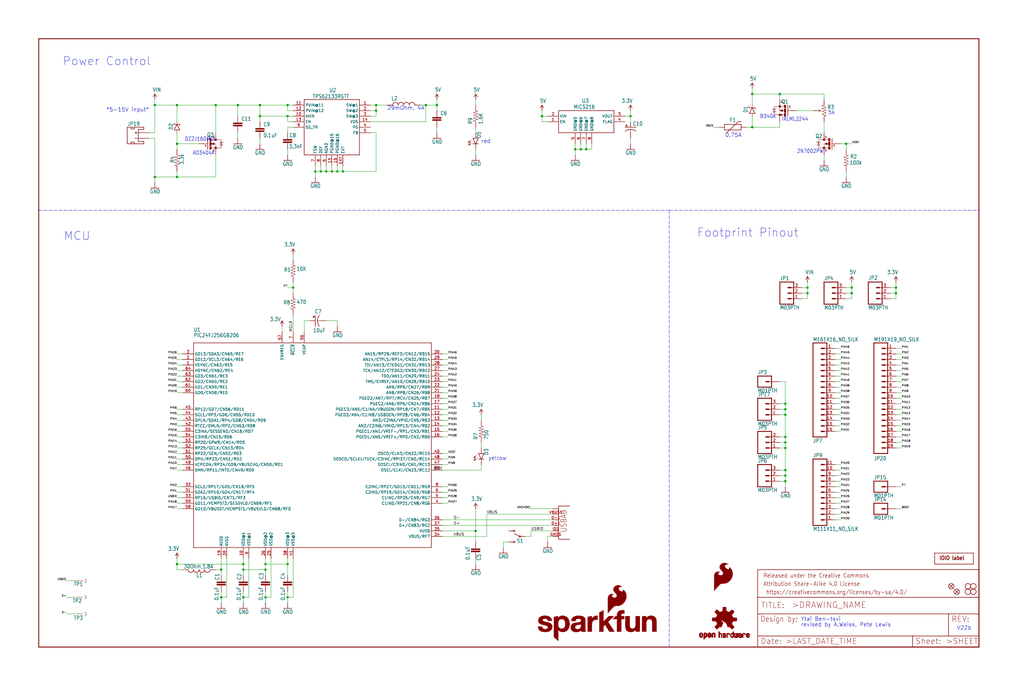
<source format=kicad_sch>
(kicad_sch (version 20211123) (generator eeschema)
  (paper "User" 470.306 317.906)
  (lib_symbols
    (symbol "eagleSchem-eagle-import:0.1UF-25V(+80{slash}-20%)(0603)"
      (property "Reference" "C" (at 1.524 2.921 0))
      (property "Value" "0.1UF-25V(+80{slash}-20%)(0603)" (at 1.524 -2.159 0))
      (symbol "0.1UF-25V(+80{slash}-20%)(0603)_1_0"
        (pin passive line (at 0 5.08 270) (length 2.54) (name "1") (number "1"))
        (pin passive line (at 0 -2.54 90) (length 2.54) (name "2") (number "2"))
      )
    )
    (symbol "eagleSchem-eagle-import:1.6KOHM-1{slash}10W-1%(0603)0603"
      (property "Reference" "R" (at -3.81 1.4986 0))
      (property "Value" "1.6KOHM-1{slash}10W-1%(0603)0603" (at -3.81 -3.302 0))
      (symbol "1.6KOHM-1{slash}10W-1%(0603)0603_1_0"
        (pin passive line (at -5.08 0 0) (length 2.54) (name "1") (number "1"))
        (pin passive line (at 5.08 0 180) (length 2.54) (name "2") (number "2"))
      )
    )
    (symbol "eagleSchem-eagle-import:100KOHM-1{slash}10W-1%(0603)"
      (property "Reference" "R" (at -3.81 1.4986 0))
      (property "Value" "100KOHM-1{slash}10W-1%(0603)" (at -3.81 -3.302 0))
      (symbol "100KOHM-1{slash}10W-1%(0603)_1_0"
        (pin passive line (at -5.08 0 0) (length 2.54) (name "1") (number "1"))
        (pin passive line (at 5.08 0 180) (length 2.54) (name "2") (number "2"))
      )
    )
    (symbol "eagleSchem-eagle-import:10KOHM-1{slash}10W-1%(0603)0603"
      (property "Reference" "R" (at -3.81 1.4986 0))
      (property "Value" "10KOHM-1{slash}10W-1%(0603)0603" (at -3.81 -3.302 0))
      (symbol "10KOHM-1{slash}10W-1%(0603)0603_1_0"
        (pin passive line (at -5.08 0 0) (length 2.54) (name "1") (number "1"))
        (pin passive line (at 5.08 0 180) (length 2.54) (name "2") (number "2"))
      )
    )
    (symbol "eagleSchem-eagle-import:10UF-16V-10%(TANT)"
      (property "Reference" "C" (at 1.016 0.635 0))
      (property "Value" "10UF-16V-10%(TANT)" (at 1.016 -4.191 0))
      (symbol "10UF-16V-10%(TANT)_1_0"
        (pin passive line (at 0 2.54 270) (length 2.54) (name "+") (number "A"))
        (pin passive line (at 0 -5.08 90) (length 2.54) (name "-") (number "C"))
      )
    )
    (symbol "eagleSchem-eagle-import:10UF10V10%(0805)"
      (property "Reference" "C" (at 1.524 2.921 0))
      (property "Value" "10UF10V10%(0805)" (at 1.524 -2.159 0))
      (symbol "10UF10V10%(0805)_1_0"
        (pin passive line (at 0 5.08 270) (length 2.54) (name "1") (number "1"))
        (pin passive line (at 0 -2.54 90) (length 2.54) (name "2") (number "2"))
      )
    )
    (symbol "eagleSchem-eagle-import:10UF50V20%(1210)"
      (property "Reference" "C" (at 1.524 2.921 0))
      (property "Value" "10UF50V20%(1210)" (at 1.524 -2.159 0))
      (symbol "10UF50V20%(1210)_1_0"
        (pin passive line (at 0 5.08 270) (length 2.54) (name "1") (number "1"))
        (pin passive line (at 0 -2.54 90) (length 2.54) (name "2") (number "2"))
      )
    )
    (symbol "eagleSchem-eagle-import:3.3KOHM1{slash}10W1%(0603)"
      (property "Reference" "R" (at -3.81 1.4986 0))
      (property "Value" "3.3KOHM1{slash}10W1%(0603)" (at -3.81 -3.302 0))
      (symbol "3.3KOHM1{slash}10W1%(0603)_1_0"
        (pin passive line (at -5.08 0 0) (length 2.54) (name "1") (number "1"))
        (pin passive line (at 5.08 0 180) (length 2.54) (name "2") (number "2"))
      )
    )
    (symbol "eagleSchem-eagle-import:3.3NF-100V-10%(0603)"
      (property "Reference" "C" (at 1.524 2.921 0))
      (property "Value" "3.3NF-100V-10%(0603)" (at 1.524 -2.159 0))
      (symbol "3.3NF-100V-10%(0603)_1_0"
        (pin passive line (at 0 5.08 270) (length 2.54) (name "1") (number "1"))
        (pin passive line (at 0 -2.54 90) (length 2.54) (name "2") (number "2"))
      )
    )
    (symbol "eagleSchem-eagle-import:3.3V" (power)
      (property "Value" "3.3V" (at -1.016 3.556 0))
      (symbol "3.3V_1_0"
        (pin power_in line (at 0 0 90) (length 2.54) (name "3.3V") (number "1"))
      )
    )
    (symbol "eagleSchem-eagle-import:470OHM1{slash}10W1%(0603)"
      (property "Reference" "R" (at -3.81 1.4986 0))
      (property "Value" "470OHM1{slash}10W1%(0603)" (at -3.81 -3.302 0))
      (symbol "470OHM1{slash}10W1%(0603)_1_0"
        (pin passive line (at -5.08 0 0) (length 2.54) (name "1") (number "1"))
        (pin passive line (at 5.08 0 180) (length 2.54) (name "2") (number "2"))
      )
    )
    (symbol "eagleSchem-eagle-import:5V" (power)
      (property "Value" "5V" (at -1.016 3.556 0))
      (symbol "5V_1_0"
        (pin power_in line (at 0 0 90) (length 2.54) (name "5V") (number "1"))
      )
    )
    (symbol "eagleSchem-eagle-import:750OHM1{slash}10W1%(0603)0603"
      (property "Reference" "R" (at -3.81 1.4986 0))
      (property "Value" "750OHM1{slash}10W1%(0603)0603" (at -3.81 -3.302 0))
      (symbol "750OHM1{slash}10W1%(0603)0603_1_0"
        (pin passive line (at -5.08 0 0) (length 2.54) (name "1") (number "1"))
        (pin passive line (at 5.08 0 180) (length 2.54) (name "2") (number "2"))
      )
    )
    (symbol "eagleSchem-eagle-import:DIODE-SCHOTTKY-B340A"
      (property "Reference" "D" (at 2.54 0.4826 0))
      (property "Value" "DIODE-SCHOTTKY-B340A" (at 2.54 -2.3114 0))
      (symbol "DIODE-SCHOTTKY-B340A_1_0"
        (pin passive line (at -2.54 0 0) (length 0) (name "A") (number "A"))
        (pin passive line (at 2.54 0 180) (length 0) (name "C") (number "C"))
      )
    )
    (symbol "eagleSchem-eagle-import:DIODE-ZENERDZ2J150M0L"
      (property "Reference" "D" (at 2.54 0.4826 0))
      (property "Value" "DIODE-ZENERDZ2J150M0L" (at 2.54 -2.3114 0))
      (symbol "DIODE-ZENERDZ2J150M0L_1_0"
        (pin passive line (at -2.54 0 0) (length 0) (name "A") (number "A"))
        (pin passive line (at 2.54 0 180) (length 0) (name "C") (number "C"))
      )
    )
    (symbol "eagleSchem-eagle-import:FIDUCIALUFIDUCIAL")
    (symbol "eagleSchem-eagle-import:FRAME-LEDGER"
      (symbol "FRAME-LEDGER_2_0"
        (text " https://creativecommons.org/licenses/by-sa/4.0/" (at 2.54 24.13 0) (effects (font (size 1.9304 1.6408)) (justify left bottom)))
        (text ">DRAWING_NAME" (at 15.494 17.78 0) (effects (font (size 2.7432 2.7432)) (justify left bottom)))
        (text ">LAST_DATE_TIME" (at 12.7 1.27 0) (effects (font (size 2.54 2.54)) (justify left bottom)))
        (text ">SHEET" (at 86.36 1.27 0) (effects (font (size 2.54 2.54)) (justify left bottom)))
        (text "Attribution Share-Alike 4.0 License" (at 2.54 27.94 0) (effects (font (size 1.9304 1.6408)) (justify left bottom)))
        (text "Date:" (at 1.27 1.27 0) (effects (font (size 2.54 2.54)) (justify left bottom)))
        (text "Design by:" (at 1.27 11.43 0) (effects (font (size 2.54 2.159)) (justify left bottom)))
        (text "Released under the Creative Commons" (at 2.54 31.75 0) (effects (font (size 1.9304 1.6408)) (justify left bottom)))
        (text "REV:" (at 88.9 11.43 0) (effects (font (size 2.54 2.54)) (justify left bottom)))
        (text "Sheet:" (at 72.39 1.27 0) (effects (font (size 2.54 2.54)) (justify left bottom)))
        (text "TITLE:" (at 1.524 17.78 0) (effects (font (size 2.54 2.54)) (justify left bottom)))
      )
    )
    (symbol "eagleSchem-eagle-import:GND" (power)
      (property "Value" "GND" (at -2.54 -2.54 0))
      (symbol "GND_1_0"
        (pin power_in line (at 0 2.54 270) (length 2.54) (name "GND") (number "1"))
      )
    )
    (symbol "eagleSchem-eagle-import:INDUCTOR30OHM,1.8A"
      (property "Reference" "L" (at 2.54 5.08 0))
      (property "Value" "INDUCTOR30OHM,1.8A" (at 2.54 -5.08 0))
      (symbol "INDUCTOR30OHM,1.8A_1_0"
        (pin passive line (at 0 7.62 270) (length 2.54) (name "1") (number "1"))
        (pin passive line (at 0 -7.62 90) (length 2.54) (name "2") (number "2"))
      )
    )
    (symbol "eagleSchem-eagle-import:INDUCTORCR54-3.3UH"
      (property "Reference" "L" (at 2.54 5.08 0))
      (property "Value" "INDUCTORCR54-3.3UH" (at 2.54 -5.08 0))
      (symbol "INDUCTORCR54-3.3UH_1_0"
        (pin passive line (at 0 7.62 270) (length 2.54) (name "1") (number "P$1"))
        (pin passive line (at 0 -7.62 90) (length 2.54) (name "2") (number "P$2"))
      )
    )
    (symbol "eagleSchem-eagle-import:IOIO-OTG"
      (symbol "IOIO-OTG_1_0"
        (text "IOIO label" (at 2.032 1.778 0) (effects (font (size 1.778 1.5113) (thickness 0.3023) bold) (justify left bottom)))
      )
    )
    (symbol "eagleSchem-eagle-import:JST_2MM_MALE"
      (property "Reference" "J" (at -2.54 5.842 0))
      (symbol "JST_2MM_MALE_1_0"
        (pin bidirectional line (at 0 -5.08 90) (length 5.08) (name "-") (number "1"))
        (pin bidirectional line (at 2.54 -5.08 90) (length 5.08) (name "+") (number "2"))
        (pin bidirectional line (at -2.54 2.54 90) (length 0) (name "PAD1") (number "NC1"))
        (pin bidirectional line (at 5.08 2.54 90) (length 0) (name "PAD2") (number "NC2"))
      )
    )
    (symbol "eagleSchem-eagle-import:LED-RED0603-SMART"
      (property "Reference" "D" (at 3.556 -4.572 90))
      (property "Value" "LED-RED0603-SMART" (at 5.715 -4.572 90))
      (symbol "LED-RED0603-SMART_1_0"
        (pin passive line (at 0 2.54 270) (length 2.54) (name "A") (number "A"))
        (pin passive line (at 0 -5.08 90) (length 2.54) (name "C") (number "C"))
      )
    )
    (symbol "eagleSchem-eagle-import:LED-YELLOW0603-SMART"
      (property "Reference" "D" (at 3.556 -4.572 90))
      (property "Value" "LED-YELLOW0603-SMART" (at 5.715 -4.572 90))
      (symbol "LED-YELLOW0603-SMART_1_0"
        (pin passive line (at 0 2.54 270) (length 2.54) (name "A") (number "A"))
        (pin passive line (at 0 -5.08 90) (length 2.54) (name "C") (number "C"))
      )
    )
    (symbol "eagleSchem-eagle-import:M01PTH"
      (property "Reference" "JP" (at -2.54 3.302 0))
      (property "Value" "M01PTH" (at -2.54 -5.08 0))
      (symbol "M01PTH_1_0"
        (pin passive line (at 7.62 0 180) (length 5.08) (name "1") (number "1"))
      )
    )
    (symbol "eagleSchem-eagle-import:M03PTH"
      (property "Reference" "JP" (at -2.54 5.842 0))
      (property "Value" "M03PTH" (at -2.54 -7.62 0))
      (symbol "M03PTH_1_0"
        (pin passive line (at 7.62 -2.54 180) (length 5.08) (name "1") (number "1"))
        (pin passive line (at 7.62 0 180) (length 5.08) (name "2") (number "2"))
        (pin passive line (at 7.62 2.54 180) (length 5.08) (name "3") (number "3"))
      )
    )
    (symbol "eagleSchem-eagle-import:M111X11_NO_SILK"
      (property "Reference" "JP" (at 0 16.002 0))
      (property "Value" "M111X11_NO_SILK" (at 0 -17.78 0))
      (symbol "M111X11_NO_SILK_1_0"
        (pin passive line (at 10.16 -12.7 180) (length 5.08) (name "1") (number "1"))
        (pin passive line (at 10.16 10.16 180) (length 5.08) (name "10") (number "10"))
        (pin passive line (at 10.16 12.7 180) (length 5.08) (name "11") (number "11"))
        (pin passive line (at 10.16 -10.16 180) (length 5.08) (name "2") (number "2"))
        (pin passive line (at 10.16 -7.62 180) (length 5.08) (name "3") (number "3"))
        (pin passive line (at 10.16 -5.08 180) (length 5.08) (name "4") (number "4"))
        (pin passive line (at 10.16 -2.54 180) (length 5.08) (name "5") (number "5"))
        (pin passive line (at 10.16 0 180) (length 5.08) (name "6") (number "6"))
        (pin passive line (at 10.16 2.54 180) (length 5.08) (name "7") (number "7"))
        (pin passive line (at 10.16 5.08 180) (length 5.08) (name "8") (number "8"))
        (pin passive line (at 10.16 7.62 180) (length 5.08) (name "9") (number "9"))
      )
    )
    (symbol "eagleSchem-eagle-import:M161X16_NO_SILK"
      (property "Reference" "JP" (at 0 21.082 0))
      (property "Value" "M161X16_NO_SILK" (at 0 -25.4 0))
      (symbol "M161X16_NO_SILK_1_0"
        (pin passive line (at 10.16 -20.32 180) (length 5.08) (name "1") (number "1"))
        (pin passive line (at 10.16 2.54 180) (length 5.08) (name "10") (number "10"))
        (pin passive line (at 10.16 5.08 180) (length 5.08) (name "11") (number "11"))
        (pin passive line (at 10.16 7.62 180) (length 5.08) (name "12") (number "12"))
        (pin passive line (at 10.16 10.16 180) (length 5.08) (name "13") (number "13"))
        (pin passive line (at 10.16 12.7 180) (length 5.08) (name "14") (number "14"))
        (pin passive line (at 10.16 15.24 180) (length 5.08) (name "15") (number "15"))
        (pin passive line (at 10.16 17.78 180) (length 5.08) (name "16") (number "16"))
        (pin passive line (at 10.16 -17.78 180) (length 5.08) (name "2") (number "2"))
        (pin passive line (at 10.16 -15.24 180) (length 5.08) (name "3") (number "3"))
        (pin passive line (at 10.16 -12.7 180) (length 5.08) (name "4") (number "4"))
        (pin passive line (at 10.16 -10.16 180) (length 5.08) (name "5") (number "5"))
        (pin passive line (at 10.16 -7.62 180) (length 5.08) (name "6") (number "6"))
        (pin passive line (at 10.16 -5.08 180) (length 5.08) (name "7") (number "7"))
        (pin passive line (at 10.16 -2.54 180) (length 5.08) (name "8") (number "8"))
        (pin passive line (at 10.16 0 180) (length 5.08) (name "9") (number "9"))
      )
    )
    (symbol "eagleSchem-eagle-import:M191X19_NO_SILK"
      (property "Value" "M191X19_NO_SILK" (at 0 -27.94 0))
      (symbol "M191X19_NO_SILK_1_0"
        (pin passive line (at 10.16 -22.86 180) (length 5.08) (name "1") (number "1"))
        (pin passive line (at 10.16 0 180) (length 5.08) (name "10") (number "10"))
        (pin passive line (at 10.16 2.54 180) (length 5.08) (name "11") (number "11"))
        (pin passive line (at 10.16 5.08 180) (length 5.08) (name "12") (number "12"))
        (pin passive line (at 10.16 7.62 180) (length 5.08) (name "13") (number "13"))
        (pin passive line (at 10.16 10.16 180) (length 5.08) (name "14") (number "14"))
        (pin passive line (at 10.16 12.7 180) (length 5.08) (name "15") (number "15"))
        (pin passive line (at 10.16 15.24 180) (length 5.08) (name "16") (number "16"))
        (pin passive line (at 10.16 17.78 180) (length 5.08) (name "17") (number "17"))
        (pin passive line (at 10.16 20.32 180) (length 5.08) (name "18") (number "18"))
        (pin passive line (at 10.16 22.86 180) (length 5.08) (name "19") (number "19"))
        (pin passive line (at 10.16 -20.32 180) (length 5.08) (name "2") (number "2"))
        (pin passive line (at 10.16 -17.78 180) (length 5.08) (name "3") (number "3"))
        (pin passive line (at 10.16 -15.24 180) (length 5.08) (name "4") (number "4"))
        (pin passive line (at 10.16 -12.7 180) (length 5.08) (name "5") (number "5"))
        (pin passive line (at 10.16 -10.16 180) (length 5.08) (name "6") (number "6"))
        (pin passive line (at 10.16 -7.62 180) (length 5.08) (name "7") (number "7"))
        (pin passive line (at 10.16 -5.08 180) (length 5.08) (name "8") (number "8"))
        (pin passive line (at 10.16 -2.54 180) (length 5.08) (name "9") (number "9"))
      )
    )
    (symbol "eagleSchem-eagle-import:MOSFET-NCHANNEL2N7002PW"
      (property "Reference" "Q" (at 5.08 2.54 0))
      (property "Value" "MOSFET-NCHANNEL2N7002PW" (at 5.08 0 0))
      (symbol "MOSFET-NCHANNEL2N7002PW_1_0"
        (text "D" (at -1.27 2.54 0) (effects (font (size 0.8128 0.6908)) (justify left bottom)))
        (text "G" (at -5.08 -1.27 0) (effects (font (size 0.8128 0.6908)) (justify left bottom)))
        (text "S" (at -1.27 -3.556 0) (effects (font (size 0.8128 0.6908)) (justify left bottom)))
        (pin passive line (at -7.62 0 0) (length 2.54) (name "G") (number "1"))
        (pin passive line (at 0 -5.08 90) (length 2.54) (name "S") (number "2"))
        (pin passive line (at 0 5.08 270) (length 2.54) (name "D") (number "3"))
      )
    )
    (symbol "eagleSchem-eagle-import:MOSFET-NCHANNELAO3404A"
      (property "Reference" "Q" (at 5.08 2.54 0))
      (property "Value" "MOSFET-NCHANNELAO3404A" (at 5.08 0 0))
      (symbol "MOSFET-NCHANNELAO3404A_1_0"
        (text "D" (at -1.27 2.54 0) (effects (font (size 0.8128 0.6908)) (justify left bottom)))
        (text "G" (at -5.08 -1.27 0) (effects (font (size 0.8128 0.6908)) (justify left bottom)))
        (text "S" (at -1.27 -3.556 0) (effects (font (size 0.8128 0.6908)) (justify left bottom)))
        (pin passive line (at -7.62 0 0) (length 2.54) (name "G") (number "1"))
        (pin passive line (at 0 -5.08 90) (length 2.54) (name "S") (number "2"))
        (pin passive line (at 0 5.08 270) (length 2.54) (name "D") (number "3"))
      )
    )
    (symbol "eagleSchem-eagle-import:MOSFET-PCHANNELIRLML2244"
      (property "Reference" "Q" (at 5.08 2.54 0))
      (property "Value" "MOSFET-PCHANNELIRLML2244" (at 5.08 0 0))
      (symbol "MOSFET-PCHANNELIRLML2244_1_0"
        (text "D" (at -1.27 2.54 0) (effects (font (size 0.8128 0.6908)) (justify left bottom)))
        (text "G" (at -5.08 -1.27 0) (effects (font (size 0.8128 0.6908)) (justify left bottom)))
        (text "S" (at -1.27 -3.556 0) (effects (font (size 0.8128 0.6908)) (justify left bottom)))
        (pin passive line (at -7.62 0 0) (length 2.54) (name "G") (number "1"))
        (pin passive line (at 0 -5.08 90) (length 2.54) (name "S") (number "2"))
        (pin passive line (at 0 5.08 270) (length 2.54) (name "D") (number "3"))
      )
    )
    (symbol "eagleSchem-eagle-import:OSHW-LOGOS")
    (symbol "eagleSchem-eagle-import:PIC24FXXXGPX06"
      (property "Reference" "U" (at -55.88 50.8 0))
      (property "Value" "PIC24FXXXGPX06" (at -55.88 48.26 0))
      (symbol "PIC24FXXXGPX06_1_0"
        (pin bidirectional line (at -60.96 35.56 0) (length 5.08) (name "VSYNC/CN63/RE5") (number "1"))
        (pin power_in line (at -33.02 -53.34 90) (length 5.08) (name "VDD@1") (number "10"))
        (pin bidirectional line (at 58.42 15.24 180) (length 5.08) (name "PGEC3/AN5/C1INA/VBUSON/RP18/CN7/RB5") (number "11"))
        (pin bidirectional line (at 58.42 12.7 180) (length 5.08) (name "PGED3/AN4/C1INB/USBOEN/RP28/CN6/RB4") (number "12"))
        (pin bidirectional line (at 58.42 10.16 180) (length 5.08) (name "AN3/C2INA/VPIO/CN5/RB3") (number "13"))
        (pin bidirectional line (at 58.42 7.62 180) (length 5.08) (name "AN2/C2INB/VMIO/RP13/CN4/RB2") (number "14"))
        (pin bidirectional line (at 58.42 5.08 180) (length 5.08) (name "PGEC1/AN1/VREF-/RP1/CN3/RB1") (number "15"))
        (pin bidirectional line (at 58.42 2.54 180) (length 5.08) (name "PGED1/AN0/VREF+/RP0/CN2/RB0") (number "16"))
        (pin bidirectional line (at 58.42 17.78 180) (length 5.08) (name "PGEC2/AN6/RP6/CN24/RB6") (number "17"))
        (pin bidirectional line (at 58.42 20.32 180) (length 5.08) (name "PGED2/AN7/RP7/RCV/CN25/RB7") (number "18"))
        (pin power_in line (at -43.18 -53.34 90) (length 5.08) (name "AVDD") (number "19"))
        (pin bidirectional line (at -60.96 38.1 0) (length 5.08) (name "GD12/SCL3/CN64/RE6") (number "2"))
        (pin power_in line (at -40.64 -53.34 90) (length 5.08) (name "AVSS") (number "20"))
        (pin bidirectional line (at 58.42 22.86 180) (length 5.08) (name "AN8/RP8/CN26/RB8") (number "21"))
        (pin bidirectional line (at 58.42 25.4 180) (length 5.08) (name "AN9/RP9/CN27/RB9") (number "22"))
        (pin bidirectional line (at 58.42 27.94 180) (length 5.08) (name "TMS/CVREF/AN10/CN28/RB10") (number "23"))
        (pin bidirectional line (at 58.42 30.48 180) (length 5.08) (name "TDO/AN11/CN29/RB11") (number "24"))
        (pin power_in line (at -20.32 -53.34 90) (length 5.08) (name "VSS@2") (number "25"))
        (pin power_in line (at -22.86 -53.34 90) (length 5.08) (name "VDD@2") (number "26"))
        (pin bidirectional line (at 58.42 33.02 180) (length 5.08) (name "TCK/AN12/CTEDG2/CN30/RB12") (number "27"))
        (pin bidirectional line (at 58.42 35.56 180) (length 5.08) (name "TDI/AN13/CTEDG1/CN31/RB13") (number "28"))
        (pin bidirectional line (at 58.42 38.1 180) (length 5.08) (name "AN14/CTPLS/RP14/CN32/RB14") (number "29"))
        (pin bidirectional line (at -60.96 40.64 0) (length 5.08) (name "GD13/SDA3/CN65/RE7") (number "3"))
        (pin bidirectional line (at 58.42 40.64 180) (length 5.08) (name "AN15/RP29/REFO/CN12/RB15") (number "30"))
        (pin bidirectional line (at -60.96 -22.86 0) (length 5.08) (name "SDA2/RP10/GD4/CN17/RF4") (number "31"))
        (pin bidirectional line (at -60.96 -20.32 0) (length 5.08) (name "SCL2/RP17/GD5/CN18/RF5") (number "32"))
        (pin bidirectional line (at -60.96 -25.4 0) (length 5.08) (name "RP16/USBID/CN71/RF3") (number "33"))
        (pin input line (at 58.42 -43.18 180) (length 5.08) (name "VBUS/RF7") (number "34"))
        (pin power_in line (at 58.42 -40.64 180) (length 5.08) (name "VUSB") (number "35"))
        (pin bidirectional line (at 58.42 -35.56 180) (length 5.08) (name "D-/CN84/RG3") (number "36"))
        (pin bidirectional line (at 58.42 -38.1 180) (length 5.08) (name "D+/CN83/RG2") (number "37"))
        (pin power_in line (at -12.7 -53.34 90) (length 5.08) (name "VDD@3") (number "38"))
        (pin bidirectional line (at 58.42 -12.7 180) (length 5.08) (name "OSCI/CLKI/CN23/RC12") (number "39"))
        (pin bidirectional line (at 58.42 -27.94 180) (length 5.08) (name "C1IND/RP21/CN8/RG6") (number "4"))
        (pin bidirectional line (at 58.42 -5.08 180) (length 5.08) (name "OSCO/CLKO/CN22/RC15") (number "40"))
        (pin power_in line (at -10.16 -53.34 90) (length 5.08) (name "VSS@3") (number "41"))
        (pin bidirectional line (at -60.96 7.62 0) (length 5.08) (name "RTCC/DMLN/RP2/CN53/RD8") (number "42"))
        (pin bidirectional line (at -60.96 10.16 0) (length 5.08) (name "DPLN/SDA1/RP4/GD8/CN54/RD9") (number "43"))
        (pin bidirectional line (at -60.96 12.7 0) (length 5.08) (name "SCL1/RP3/GD6/CN55/RD10") (number "44"))
        (pin bidirectional line (at -60.96 15.24 0) (length 5.08) (name "RP12/GD7/CN56/RD11") (number "45"))
        (pin bidirectional line (at -60.96 -12.7 0) (length 5.08) (name "DMH/RP11/INT0/CN49/RD0") (number "46"))
        (pin bidirectional line (at 58.42 -10.16 180) (length 5.08) (name "SOSCI/C3IND/CN1/RC13") (number "47"))
        (pin bidirectional line (at 58.42 -7.62 180) (length 5.08) (name "SOSCO/SCLKI/T1CK/C3INC/RPI37/CN0/RC14") (number "48"))
        (pin bidirectional line (at -60.96 -10.16 0) (length 5.08) (name "VCPCON/RP24/GD9/VBUSCHG/CN50/RD1") (number "49"))
        (pin bidirectional line (at 58.42 -25.4 180) (length 5.08) (name "C1INC/RP26/CN9/RG7") (number "5"))
        (pin bidirectional line (at -60.96 -7.62 0) (length 5.08) (name "DPH/RP23/CN51/RD2") (number "50"))
        (pin bidirectional line (at -60.96 -5.08 0) (length 5.08) (name "RP22/GEN/CN52/RD3") (number "51"))
        (pin bidirectional line (at -60.96 -2.54 0) (length 5.08) (name "RP25/GCLK/CN13/RD4") (number "52"))
        (pin bidirectional line (at -60.96 0 0) (length 5.08) (name "RP20/GPWR/CN14/RD5") (number "53"))
        (pin bidirectional line (at -60.96 2.54 0) (length 5.08) (name "C3INB/CN15/RD6") (number "54"))
        (pin bidirectional line (at -60.96 5.08 0) (length 5.08) (name "C3INA/SESSEND/CN16/RD7") (number "55"))
        (pin power_in line (at -5.08 50.8 270) (length 5.08) (name "VCAP") (number "56"))
        (pin input line (at -15.24 50.8 270) (length 5.08) (name "ENVREG") (number "57"))
        (pin bidirectional line (at -60.96 -30.48 0) (length 5.08) (name "GD10/VBUSST/VCMPST1/VBUSVLD/CN68/RF0") (number "58"))
        (pin bidirectional line (at -60.96 -27.94 0) (length 5.08) (name "GD11/VCMPST2/SESSVLD/CN69/RF1") (number "59"))
        (pin bidirectional line (at 58.42 -22.86 180) (length 5.08) (name "C2IND/RP19/GD14/CN10/RG8") (number "6"))
        (pin bidirectional line (at -60.96 22.86 0) (length 5.08) (name "GD0/CN58/RE0") (number "60"))
        (pin bidirectional line (at -60.96 25.4 0) (length 5.08) (name "GD1/CN59/RE1") (number "61"))
        (pin bidirectional line (at -60.96 27.94 0) (length 5.08) (name "GD2/CN60/RE2") (number "62"))
        (pin bidirectional line (at -60.96 30.48 0) (length 5.08) (name "GD3/CN61/RE3") (number "63"))
        (pin bidirectional line (at -60.96 33.02 0) (length 5.08) (name "HSYNC/CN62/RE4") (number "64"))
        (pin input line (at -10.16 50.8 270) (length 5.08) (name "~{MCLR}") (number "7"))
        (pin bidirectional line (at 58.42 -20.32 180) (length 5.08) (name "C2INC/RP27/GD15/CN11/RG9") (number "8"))
        (pin power_in line (at -30.48 -53.34 90) (length 5.08) (name "VSS@1") (number "9"))
      )
    )
    (symbol "eagleSchem-eagle-import:PTCSMD"
      (property "Reference" "F" (at -2.54 3.048 0))
      (property "Value" "PTCSMD" (at -3.302 -5.08 0))
      (symbol "PTCSMD_1_0"
        (pin bidirectional line (at -5.08 0 0) (length 2.54) (name "1") (number "1"))
        (pin bidirectional line (at 7.62 0 180) (length 2.54) (name "2") (number "2"))
      )
    )
    (symbol "eagleSchem-eagle-import:SFE_LOGO_FLAME.1_INCH")
    (symbol "eagleSchem-eagle-import:SFE_LOGO_NAME_FLAME.1_INCH")
    (symbol "eagleSchem-eagle-import:STAND-OFF")
    (symbol "eagleSchem-eagle-import:SWITCH_SPDT"
      (property "Value" "SWITCH_SPDT" (at -2.54 3.81 0))
      (symbol "SWITCH_SPDT_1_0"
        (pin passive line (at 5.08 2.54 180) (length 2.54) (name "O") (number "O"))
        (pin passive line (at -2.54 0 0) (length 2.54) (name "P") (number "P"))
        (pin passive line (at 5.08 -2.54 180) (length 2.54) (name "S") (number "S"))
      )
    )
    (symbol "eagleSchem-eagle-import:TEST-POINT3"
      (property "Reference" "TP" (at -2.54 2.54 0))
      (property "Value" "TEST-POINT3" (at -2.54 -2.54 0))
      (symbol "TEST-POINT3_1_0"
        (pin bidirectional line (at 0 0 180) (length 0) (name "1") (number "P$1"))
      )
    )
    (symbol "eagleSchem-eagle-import:TPS62133RGTT{dblquote}{dblquote}"
      (property "Reference" "U" (at -12.7 12.7 0))
      (property "Value" "TPS62133RGTT{dblquote}{dblquote}" (at -12.7 10.16 0))
      (symbol "TPS62133RGTT{dblquote}{dblquote}_1_0"
        (pin bidirectional line (at 17.78 7.62 180) (length 5.08) (name "SW@1") (number "1"))
        (pin bidirectional line (at -17.78 2.54 0) (length 5.08) (name "AVIN") (number "10"))
        (pin bidirectional line (at -17.78 7.62 0) (length 5.08) (name "PVIN@11") (number "11"))
        (pin bidirectional line (at -17.78 5.08 0) (length 5.08) (name "PVIN@12") (number "12"))
        (pin bidirectional line (at -17.78 0 0) (length 5.08) (name "EN") (number "13"))
        (pin bidirectional line (at 17.78 0 180) (length 5.08) (name "VOS") (number "14"))
        (pin bidirectional line (at 0 -20.32 90) (length 5.08) (name "PGND@15") (number "15"))
        (pin bidirectional line (at 2.54 -20.32 90) (length 5.08) (name "PGND@16") (number "16"))
        (pin bidirectional line (at 17.78 5.08 180) (length 5.08) (name "SW@2") (number "2"))
        (pin bidirectional line (at 17.78 2.54 180) (length 5.08) (name "SW@3") (number "3"))
        (pin bidirectional line (at 17.78 -2.54 180) (length 5.08) (name "PG") (number "4"))
        (pin bidirectional line (at 17.78 -5.08 180) (length 5.08) (name "FB") (number "5"))
        (pin bidirectional line (at -2.54 -20.32 90) (length 5.08) (name "AGND") (number "6"))
        (pin bidirectional line (at -7.62 -20.32 90) (length 5.08) (name "FSW") (number "7"))
        (pin bidirectional line (at -5.08 -20.32 90) (length 5.08) (name "DEF") (number "8"))
        (pin bidirectional line (at -17.78 -2.54 0) (length 5.08) (name "SS_TR") (number "9"))
        (pin bidirectional line (at 5.08 -20.32 90) (length 5.08) (name "EXT") (number "EXT"))
      )
    )
    (symbol "eagleSchem-eagle-import:TRIMPOTRES-11156"
      (property "Reference" "R" (at -11.43 1.4986 0))
      (property "Value" "TRIMPOTRES-11156" (at -3.81 -3.302 0))
      (symbol "TRIMPOTRES-11156_1_0"
        (pin passive line (at -5.08 0 0) (length 2.54) (name "CCW") (number "A"))
        (pin passive line (at 0 5.08 270) (length 2.54) (name "WIPER") (number "B"))
        (pin passive line (at 5.08 0 180) (length 2.54) (name "CW") (number "C"))
      )
    )
    (symbol "eagleSchem-eagle-import:USB-ABCONN-11794"
      (symbol "USB-ABCONN-11794_1_0"
        (text "USBAB" (at 1.27 -7.366 900) (effects (font (size 2.54 2.159)) (justify left bottom)))
        (pin bidirectional line (at -5.08 0 0) (length 2.54) (name "D+") (number "D+1"))
        (pin bidirectional line (at -5.08 -2.54 0) (length 2.54) (name "D-") (number "D-1"))
        (pin bidirectional line (at -5.08 5.08 0) (length 2.54) (name "GND") (number "GND1"))
        (pin bidirectional line (at -5.08 2.54 0) (length 2.54) (name "USBID") (number "ID1"))
        (pin bidirectional line (at -5.08 -7.62 0) (length 2.54) (name "SHIELD") (number "SHIELD1"))
        (pin bidirectional line (at -5.08 -7.62 0) (length 2.54) (name "SHIELD") (number "SHIELD2"))
        (pin bidirectional line (at -5.08 -7.62 0) (length 2.54) (name "SHIELD") (number "SHIELD3"))
        (pin bidirectional line (at -5.08 -5.08 0) (length 2.54) (name "VBUS") (number "VBUS1"))
      )
    )
    (symbol "eagleSchem-eagle-import:VIN" (power)
      (property "Value" "VIN" (at -1.016 3.556 0))
      (symbol "VIN_1_0"
        (pin power_in line (at 0 0 90) (length 2.54) (name "VIN") (number "1"))
      )
    )
    (symbol "eagleSchem-eagle-import:V_REG_MIC5216"
      (property "Reference" "U" (at -12.7 5.08 0))
      (property "Value" "V_REG_MIC5216" (at 5.08 5.08 0))
      (symbol "V_REG_MIC5216_1_0"
        (pin bidirectional line (at -17.78 0 0) (length 5.08) (name "EN") (number "1"))
        (pin bidirectional line (at -17.78 2.54 0) (length 5.08) (name "VIN") (number "2"))
        (pin bidirectional line (at 17.78 2.54 180) (length 5.08) (name "VOUT") (number "3"))
        (pin bidirectional line (at 17.78 0 180) (length 5.08) (name "FLAG") (number "4"))
        (pin bidirectional line (at -5.08 -10.16 90) (length 5.08) (name "GND@5") (number "5"))
        (pin bidirectional line (at -2.54 -10.16 90) (length 5.08) (name "GND@6") (number "6"))
        (pin bidirectional line (at 0 -10.16 90) (length 5.08) (name "GND@7") (number "7"))
        (pin bidirectional line (at 2.54 -10.16 90) (length 5.08) (name "GND@8") (number "8"))
      )
    )
  )
  (junction (at 411.48 132.08))
  (junction (at 266.7 68.58))
  (junction (at 132.08 48.26))
  (junction (at 71.12 81.28))
  (junction (at 360.68 187.96))
  (junction (at 248.92 53.34))
  (junction (at 360.68 200.66))
  (junction (at 111.76 261.62))
  (junction (at 360.68 190.5))
  (junction (at 195.58 48.26))
  (junction (at 121.92 259.08))
  (junction (at 121.92 274.32))
  (junction (at 360.68 203.2))
  (junction (at 121.92 261.62))
  (junction (at 360.68 218.44))
  (junction (at 154.94 78.74))
  (junction (at 264.16 68.58))
  (junction (at 172.72 48.26))
  (junction (at 391.16 132.08))
  (junction (at 132.08 259.08))
  (junction (at 149.86 78.74))
  (junction (at 360.68 215.9))
  (junction (at 345.44 43.18))
  (junction (at 360.68 220.98))
  (junction (at 360.68 205.74))
  (junction (at 81.28 81.28))
  (junction (at 81.28 259.08))
  (junction (at 358.14 43.18))
  (junction (at 111.76 274.32))
  (junction (at 71.12 48.26))
  (junction (at 119.38 53.34))
  (junction (at 370.84 132.08))
  (junction (at 101.6 261.62))
  (junction (at 152.4 78.74))
  (junction (at 132.08 274.32))
  (junction (at 345.44 58.42))
  (junction (at 144.78 78.74))
  (junction (at 134.62 132.08))
  (junction (at 269.24 68.58))
  (junction (at 388.62 66.04))
  (junction (at 172.72 50.8))
  (junction (at 360.68 185.42))
  (junction (at 391.16 134.62))
  (junction (at 157.48 78.74))
  (junction (at 111.76 259.08))
  (junction (at 218.44 243.84))
  (junction (at 109.22 48.26))
  (junction (at 99.06 48.26))
  (junction (at 101.6 274.32))
  (junction (at 200.66 48.26))
  (junction (at 81.28 48.26))
  (junction (at 132.08 53.34))
  (junction (at 81.28 66.04))
  (junction (at 119.38 48.26))
  (junction (at 411.48 134.62))
  (junction (at 370.84 134.62))
  (junction (at 289.56 53.34))
  (junction (at 147.32 78.74))
  (wire (pts (xy 345.44 58.42) (xy 358.14 58.42)))
  (wire (pts (xy 134.62 50.8) (xy 132.08 50.8)))
  (wire (pts (xy 358.14 200.66) (xy 360.68 200.66)))
  (polyline (pts (xy 17.78 96.52) (xy 307.34 96.52)))
  (wire (pts (xy 157.48 78.74) (xy 157.48 76.2)))
  (wire (pts (xy 388.62 81.28) (xy 388.62 78.74)))
  (wire (pts (xy 386.08 231.14) (xy 383.54 231.14)))
  (wire (pts (xy 144.78 81.28) (xy 144.78 78.74)))
  (wire (pts (xy 414.02 177.8) (xy 411.48 177.8)))
  (wire (pts (xy 358.14 218.44) (xy 360.68 218.44)))
  (wire (pts (xy 134.62 132.08) (xy 134.62 134.62)))
  (wire (pts (xy 414.02 205.74) (xy 411.48 205.74)))
  (wire (pts (xy 378.46 43.18) (xy 378.46 45.72)))
  (wire (pts (xy 132.08 48.26) (xy 119.38 48.26)))
  (wire (pts (xy 386.08 228.6) (xy 383.54 228.6)))
  (wire (pts (xy 264.16 66.04) (xy 264.16 68.58)))
  (wire (pts (xy 83.82 175.26) (xy 81.28 175.26)))
  (wire (pts (xy 203.2 193.04) (xy 205.74 193.04)))
  (wire (pts (xy 83.82 208.28) (xy 81.28 208.28)))
  (wire (pts (xy 81.28 259.08) (xy 81.28 256.54)))
  (wire (pts (xy 132.08 68.58) (xy 132.08 71.12)))
  (wire (pts (xy 360.68 185.42) (xy 358.14 185.42)))
  (wire (pts (xy 83.82 213.36) (xy 81.28 213.36)))
  (wire (pts (xy 203.2 228.6) (xy 205.74 228.6)))
  (wire (pts (xy 68.58 60.96) (xy 71.12 60.96)))
  (wire (pts (xy 414.02 185.42) (xy 411.48 185.42)))
  (wire (pts (xy 203.2 182.88) (xy 205.74 182.88)))
  (wire (pts (xy 203.2 185.42) (xy 205.74 185.42)))
  (wire (pts (xy 370.84 132.08) (xy 370.84 129.54)))
  (wire (pts (xy 109.22 53.34) (xy 109.22 48.26)))
  (wire (pts (xy 91.44 66.04) (xy 81.28 66.04)))
  (wire (pts (xy 35.56 281.94) (xy 30.48 281.94)))
  (wire (pts (xy 411.48 223.52) (xy 414.02 223.52)))
  (wire (pts (xy 119.38 53.34) (xy 119.38 55.88)))
  (wire (pts (xy 170.18 55.88) (xy 195.58 55.88)))
  (wire (pts (xy 231.14 248.92) (xy 231.14 251.46)))
  (wire (pts (xy 386.08 220.98) (xy 383.54 220.98)))
  (wire (pts (xy 132.08 55.88) (xy 132.08 53.34)))
  (polyline (pts (xy 307.34 96.52) (xy 449.58 96.52)))
  (wire (pts (xy 266.7 66.04) (xy 266.7 68.58)))
  (wire (pts (xy 218.44 243.84) (xy 218.44 233.68)))
  (wire (pts (xy 111.76 259.08) (xy 111.76 256.54)))
  (wire (pts (xy 114.3 274.32) (xy 111.76 274.32)))
  (wire (pts (xy 132.08 50.8) (xy 132.08 48.26)))
  (wire (pts (xy 264.16 71.12) (xy 264.16 68.58)))
  (wire (pts (xy 134.62 129.54) (xy 134.62 132.08)))
  (wire (pts (xy 368.3 132.08) (xy 370.84 132.08)))
  (wire (pts (xy 121.92 274.32) (xy 121.92 271.78)))
  (wire (pts (xy 360.68 187.96) (xy 360.68 185.42)))
  (wire (pts (xy 360.68 175.26) (xy 358.14 175.26)))
  (wire (pts (xy 172.72 50.8) (xy 172.72 48.26)))
  (wire (pts (xy 83.82 170.18) (xy 81.28 170.18)))
  (wire (pts (xy 391.16 137.16) (xy 391.16 134.62)))
  (wire (pts (xy 203.2 213.36) (xy 205.74 213.36)))
  (wire (pts (xy 203.2 172.72) (xy 205.74 172.72)))
  (wire (pts (xy 383.54 165.1) (xy 386.08 165.1)))
  (wire (pts (xy 360.68 203.2) (xy 360.68 200.66)))
  (wire (pts (xy 360.68 215.9) (xy 360.68 205.74)))
  (wire (pts (xy 129.54 149.86) (xy 129.54 152.4)))
  (wire (pts (xy 386.08 190.5) (xy 383.54 190.5)))
  (wire (pts (xy 109.22 48.26) (xy 99.06 48.26)))
  (wire (pts (xy 383.54 182.88) (xy 386.08 182.88)))
  (wire (pts (xy 368.3 134.62) (xy 370.84 134.62)))
  (wire (pts (xy 408.94 134.62) (xy 411.48 134.62)))
  (wire (pts (xy 358.14 58.42) (xy 358.14 55.88)))
  (wire (pts (xy 330.2 58.42) (xy 327.66 58.42)))
  (wire (pts (xy 254 238.76) (xy 203.2 238.76)))
  (wire (pts (xy 388.62 66.04) (xy 388.62 68.58)))
  (wire (pts (xy 411.48 160.02) (xy 414.02 160.02)))
  (wire (pts (xy 203.2 165.1) (xy 205.74 165.1)))
  (wire (pts (xy 109.22 63.5) (xy 109.22 60.96)))
  (wire (pts (xy 203.2 170.18) (xy 205.74 170.18)))
  (wire (pts (xy 388.62 137.16) (xy 391.16 137.16)))
  (wire (pts (xy 149.86 76.2) (xy 149.86 78.74)))
  (wire (pts (xy 269.24 66.04) (xy 269.24 68.58)))
  (wire (pts (xy 83.82 210.82) (xy 81.28 210.82)))
  (wire (pts (xy 358.14 187.96) (xy 360.68 187.96)))
  (wire (pts (xy 289.56 53.34) (xy 289.56 55.88)))
  (wire (pts (xy 408.94 137.16) (xy 411.48 137.16)))
  (wire (pts (xy 203.2 223.52) (xy 205.74 223.52)))
  (wire (pts (xy 203.2 215.9) (xy 220.98 215.9)))
  (wire (pts (xy 203.2 187.96) (xy 205.74 187.96)))
  (wire (pts (xy 383.54 167.64) (xy 386.08 167.64)))
  (wire (pts (xy 121.92 259.08) (xy 121.92 256.54)))
  (wire (pts (xy 83.82 228.6) (xy 81.28 228.6)))
  (wire (pts (xy 81.28 55.88) (xy 81.28 48.26)))
  (wire (pts (xy 360.68 190.5) (xy 360.68 187.96)))
  (wire (pts (xy 414.02 170.18) (xy 411.48 170.18)))
  (wire (pts (xy 81.28 48.26) (xy 99.06 48.26)))
  (wire (pts (xy 83.82 190.5) (xy 81.28 190.5)))
  (wire (pts (xy 414.02 180.34) (xy 411.48 180.34)))
  (wire (pts (xy 99.06 60.96) (xy 99.06 48.26)))
  (wire (pts (xy 134.62 116.84) (xy 134.62 119.38)))
  (wire (pts (xy 124.46 256.54) (xy 124.46 274.32)))
  (wire (pts (xy 132.08 53.34) (xy 119.38 53.34)))
  (wire (pts (xy 83.82 180.34) (xy 81.28 180.34)))
  (wire (pts (xy 83.82 215.9) (xy 81.28 215.9)))
  (wire (pts (xy 414.02 193.04) (xy 411.48 193.04)))
  (wire (pts (xy 243.84 246.38) (xy 241.3 246.38)))
  (wire (pts (xy 203.2 195.58) (xy 205.74 195.58)))
  (wire (pts (xy 386.08 223.52) (xy 383.54 223.52)))
  (wire (pts (xy 391.16 132.08) (xy 391.16 129.54)))
  (wire (pts (xy 134.62 58.42) (xy 132.08 58.42)))
  (wire (pts (xy 83.82 165.1) (xy 81.28 165.1)))
  (wire (pts (xy 99.06 71.12) (xy 99.06 81.28)))
  (wire (pts (xy 83.82 162.56) (xy 81.28 162.56)))
  (wire (pts (xy 134.62 144.78) (xy 134.62 152.4)))
  (wire (pts (xy 218.44 48.26) (xy 218.44 45.72)))
  (wire (pts (xy 271.78 68.58) (xy 271.78 66.04)))
  (wire (pts (xy 383.54 162.56) (xy 386.08 162.56)))
  (wire (pts (xy 378.46 43.18) (xy 358.14 43.18)))
  (wire (pts (xy 147.32 76.2) (xy 147.32 78.74)))
  (wire (pts (xy 200.66 48.26) (xy 200.66 45.72)))
  (wire (pts (xy 370.84 134.62) (xy 370.84 132.08)))
  (polyline (pts (xy 307.34 297.18) (xy 307.34 96.52)))
  (wire (pts (xy 358.14 203.2) (xy 360.68 203.2)))
  (wire (pts (xy 81.28 66.04) (xy 81.28 68.58)))
  (wire (pts (xy 231.14 248.92) (xy 233.68 248.92)))
  (wire (pts (xy 414.02 175.26) (xy 411.48 175.26)))
  (wire (pts (xy 71.12 60.96) (xy 71.12 48.26)))
  (wire (pts (xy 408.94 132.08) (xy 411.48 132.08)))
  (wire (pts (xy 203.2 243.84) (xy 218.44 243.84)))
  (wire (pts (xy 134.62 132.08) (xy 132.08 132.08)))
  (wire (pts (xy 414.02 187.96) (xy 411.48 187.96)))
  (wire (pts (xy 149.86 78.74) (xy 152.4 78.74)))
  (wire (pts (xy 391.16 134.62) (xy 391.16 132.08)))
  (wire (pts (xy 172.72 53.34) (xy 172.72 50.8)))
  (wire (pts (xy 83.82 223.52) (xy 81.28 223.52)))
  (wire (pts (xy 203.2 175.26) (xy 205.74 175.26)))
  (wire (pts (xy 358.14 215.9) (xy 360.68 215.9)))
  (wire (pts (xy 365.76 50.8) (xy 373.38 50.8)))
  (wire (pts (xy 414.02 203.2) (xy 411.48 203.2)))
  (wire (pts (xy 383.54 175.26) (xy 386.08 175.26)))
  (wire (pts (xy 200.66 50.8) (xy 200.66 48.26)))
  (wire (pts (xy 414.02 172.72) (xy 411.48 172.72)))
  (wire (pts (xy 358.14 190.5) (xy 360.68 190.5)))
  (wire (pts (xy 83.82 231.14) (xy 81.28 231.14)))
  (wire (pts (xy 243.84 243.84) (xy 243.84 246.38)))
  (wire (pts (xy 203.2 200.66) (xy 205.74 200.66)))
  (wire (pts (xy 132.08 274.32) (xy 132.08 271.78)))
  (wire (pts (xy 200.66 58.42) (xy 200.66 60.96)))
  (wire (pts (xy 360.68 220.98) (xy 360.68 218.44)))
  (wire (pts (xy 172.72 48.26) (xy 177.8 48.26)))
  (wire (pts (xy 170.18 60.96) (xy 172.72 60.96)))
  (wire (pts (xy 411.48 134.62) (xy 411.48 132.08)))
  (wire (pts (xy 203.2 198.12) (xy 205.74 198.12)))
  (wire (pts (xy 411.48 233.68) (xy 414.02 233.68)))
  (wire (pts (xy 269.24 68.58) (xy 271.78 68.58)))
  (wire (pts (xy 386.08 198.12) (xy 383.54 198.12)))
  (wire (pts (xy 172.72 48.26) (xy 170.18 48.26)))
  (wire (pts (xy 134.62 274.32) (xy 132.08 274.32)))
  (wire (pts (xy 83.82 177.8) (xy 81.28 177.8)))
  (wire (pts (xy 35.56 266.7) (xy 30.48 266.7)))
  (wire (pts (xy 378.46 60.96) (xy 378.46 55.88)))
  (wire (pts (xy 358.14 220.98) (xy 360.68 220.98)))
  (wire (pts (xy 251.46 55.88) (xy 248.92 55.88)))
  (wire (pts (xy 388.62 132.08) (xy 391.16 132.08)))
  (wire (pts (xy 101.6 274.32) (xy 101.6 271.78)))
  (wire (pts (xy 383.54 172.72) (xy 386.08 172.72)))
  (wire (pts (xy 388.62 66.04) (xy 391.16 66.04)))
  (wire (pts (xy 99.06 81.28) (xy 81.28 81.28)))
  (wire (pts (xy 144.78 76.2) (xy 144.78 78.74)))
  (wire (pts (xy 383.54 160.02) (xy 386.08 160.02)))
  (wire (pts (xy 414.02 200.66) (xy 411.48 200.66)))
  (wire (pts (xy 386.08 215.9) (xy 383.54 215.9)))
  (wire (pts (xy 83.82 193.04) (xy 81.28 193.04)))
  (wire (pts (xy 345.44 43.18) (xy 358.14 43.18)))
  (wire (pts (xy 388.62 134.62) (xy 391.16 134.62)))
  (wire (pts (xy 124.46 274.32) (xy 121.92 274.32)))
  (wire (pts (xy 386.08 218.44) (xy 383.54 218.44)))
  (wire (pts (xy 414.02 167.64) (xy 411.48 167.64)))
  (wire (pts (xy 68.58 63.5) (xy 71.12 63.5)))
  (wire (pts (xy 71.12 81.28) (xy 71.12 83.82)))
  (wire (pts (xy 101.6 261.62) (xy 101.6 256.54)))
  (wire (pts (xy 386.08 213.36) (xy 383.54 213.36)))
  (wire (pts (xy 83.82 167.64) (xy 81.28 167.64)))
  (wire (pts (xy 251.46 246.38) (xy 251.46 248.92)))
  (wire (pts (xy 383.54 180.34) (xy 386.08 180.34)))
  (wire (pts (xy 378.46 73.66) (xy 378.46 71.12)))
  (wire (pts (xy 360.68 200.66) (xy 360.68 190.5)))
  (wire (pts (xy 386.08 238.76) (xy 383.54 238.76)))
  (wire (pts (xy 345.44 58.42) (xy 345.44 53.34)))
  (wire (pts (xy 119.38 48.26) (xy 109.22 48.26)))
  (wire (pts (xy 368.3 137.16) (xy 370.84 137.16)))
  (wire (pts (xy 83.82 200.66) (xy 81.28 200.66)))
  (wire (pts (xy 83.82 233.68) (xy 81.28 233.68)))
  (wire (pts (xy 195.58 48.26) (xy 193.04 48.26)))
  (wire (pts (xy 195.58 55.88) (xy 195.58 48.26)))
  (wire (pts (xy 83.82 198.12) (xy 81.28 198.12)))
  (wire (pts (xy 132.08 276.86) (xy 132.08 274.32)))
  (wire (pts (xy 203.2 167.64) (xy 205.74 167.64)))
  (wire (pts (xy 414.02 198.12) (xy 411.48 198.12)))
  (wire (pts (xy 383.54 177.8) (xy 386.08 177.8)))
  (wire (pts (xy 154.94 147.32) (xy 154.94 149.86)))
  (wire (pts (xy 132.08 264.16) (xy 132.08 259.08)))
  (wire (pts (xy 386.08 195.58) (xy 383.54 195.58)))
  (wire (pts (xy 360.68 205.74) (xy 360.68 203.2)))
  (wire (pts (xy 71.12 63.5) (xy 71.12 81.28)))
  (wire (pts (xy 360.68 185.42) (xy 360.68 175.26)))
  (wire (pts (xy 147.32 78.74) (xy 149.86 78.74)))
  (wire (pts (xy 83.82 203.2) (xy 81.28 203.2)))
  (wire (pts (xy 414.02 190.5) (xy 411.48 190.5)))
  (wire (pts (xy 121.92 261.62) (xy 111.76 261.62)))
  (wire (pts (xy 152.4 76.2) (xy 152.4 78.74)))
  (wire (pts (xy 111.76 261.62) (xy 111.76 259.08)))
  (wire (pts (xy 411.48 162.56) (xy 414.02 162.56)))
  (wire (pts (xy 71.12 48.26) (xy 71.12 45.72)))
  (wire (pts (xy 345.44 48.26) (xy 345.44 43.18)))
  (wire (pts (xy 414.02 165.1) (xy 411.48 165.1)))
  (wire (pts (xy 203.2 177.8) (xy 205.74 177.8)))
  (wire (pts (xy 172.72 78.74) (xy 157.48 78.74)))
  (wire (pts (xy 152.4 78.74) (xy 154.94 78.74)))
  (wire (pts (xy 370.84 137.16) (xy 370.84 134.62)))
  (wire (pts (xy 289.56 53.34) (xy 287.02 53.34)))
  (wire (pts (xy 386.08 236.22) (xy 383.54 236.22)))
  (wire (pts (xy 248.92 53.34) (xy 248.92 50.8)))
  (wire (pts (xy 386.08 193.04) (xy 383.54 193.04)))
  (wire (pts (xy 111.76 259.08) (xy 81.28 259.08)))
  (wire (pts (xy 218.44 259.08) (xy 218.44 256.54)))
  (wire (pts (xy 111.76 264.16) (xy 111.76 261.62)))
  (wire (pts (xy 71.12 48.26) (xy 81.28 48.26)))
  (wire (pts (xy 111.76 276.86) (xy 111.76 274.32)))
  (wire (pts (xy 254 246.38) (xy 251.46 246.38)))
  (wire (pts (xy 134.62 48.26) (xy 132.08 48.26)))
  (wire (pts (xy 83.82 187.96) (xy 81.28 187.96)))
  (wire (pts (xy 134.62 53.34) (xy 132.08 53.34)))
  (wire (pts (xy 254 236.22) (xy 223.52 236.22)))
  (wire (pts (xy 104.14 274.32) (xy 101.6 274.32)))
  (wire (pts (xy 358.14 43.18) (xy 358.14 45.72)))
  (wire (pts (xy 170.18 53.34) (xy 172.72 53.34)))
  (wire (pts (xy 411.48 137.16) (xy 411.48 134.62)))
  (wire (pts (xy 35.56 274.32) (xy 30.48 274.32)))
  (wire (pts (xy 104.14 256.54) (xy 104.14 274.32)))
  (wire (pts (xy 203.2 190.5) (xy 205.74 190.5)))
  (wire (pts (xy 132.08 58.42) (xy 132.08 60.96)))
  (wire (pts (xy 342.9 58.42) (xy 345.44 58.42)))
  (wire (pts (xy 386.08 233.68) (xy 383.54 233.68)))
  (wire (pts (xy 251.46 53.34) (xy 248.92 53.34)))
  (wire (pts (xy 139.7 147.32) (xy 139.7 152.4)))
  (wire (pts (xy 345.44 43.18) (xy 345.44 40.64)))
  (wire (pts (xy 144.78 78.74) (xy 147.32 78.74)))
  (wire (pts (xy 114.3 256.54) (xy 114.3 274.32)))
  (wire (pts (xy 81.28 261.62) (xy 81.28 259.08)))
  (wire (pts (xy 383.54 170.18) (xy 386.08 170.18)))
  (wire (pts (xy 254 243.84) (xy 243.84 243.84)))
  (wire (pts (xy 81.28 66.04) (xy 81.28 60.96)))
  (wire (pts (xy 101.6 261.62) (xy 101.6 264.16)))
  (wire (pts (xy 360.68 223.52) (xy 360.68 220.98)))
  (wire (pts (xy 411.48 132.08) (xy 411.48 129.54)))
  (wire (pts (xy 83.82 172.72) (xy 81.28 172.72)))
  (wire (pts (xy 248.92 55.88) (xy 248.92 53.34)))
  (wire (pts (xy 360.68 218.44) (xy 360.68 215.9)))
  (wire (pts (xy 414.02 182.88) (xy 411.48 182.88)))
  (wire (pts (xy 119.38 48.26) (xy 119.38 53.34)))
  (wire (pts (xy 203.2 180.34) (xy 205.74 180.34)))
  (wire (pts (xy 121.92 261.62) (xy 121.92 259.08)))
  (wire (pts (xy 203.2 162.56) (xy 205.74 162.56)))
  (wire (pts (xy 142.24 147.32) (xy 139.7 147.32)))
  (wire (pts (xy 154.94 78.74) (xy 157.48 78.74)))
  (wire (pts (xy 289.56 66.04) (xy 289.56 63.5)))
  (wire (pts (xy 203.2 226.06) (xy 205.74 226.06)))
  (wire (pts (xy 121.92 276.86) (xy 121.92 274.32)))
  (wire (pts (xy 81.28 81.28) (xy 81.28 78.74)))
  (wire (pts (xy 266.7 68.58) (xy 269.24 68.58)))
  (wire (pts (xy 170.18 50.8) (xy 172.72 50.8)))
  (wire (pts (xy 386.08 226.06) (xy 383.54 226.06)))
  (wire (pts (xy 218.44 68.58) (xy 218.44 71.12)))
  (wire (pts (xy 134.62 55.88) (xy 132.08 55.88)))
  (wire (pts (xy 203.2 210.82) (xy 205.74 210.82)))
  (wire (pts (xy 195.58 48.26) (xy 200.66 48.26)))
  (wire (pts (xy 254 233.68) (xy 243.84 233.68)))
  (wire (pts (xy 101.6 276.86) (xy 101.6 274.32)))
  (wire (pts (xy 220.98 190.5) (xy 220.98 193.04)))
  (wire (pts (xy 220.98 203.2) (xy 220.98 205.74)))
  (wire (pts (xy 83.82 226.06) (xy 81.28 226.06)))
  (wire (pts (xy 264.16 68.58) (xy 266.7 68.58)))
  (wire (pts (xy 134.62 256.54) (xy 134.62 274.32)))
  (wire (pts (xy 121.92 259.08) (xy 132.08 259.08)))
  (wire (pts (xy 154.94 76.2) (xy 154.94 78.74)))
  (wire (pts (xy 358.14 205.74) (xy 360.68 205.74)))
  (wire (pts (xy 132.08 259.08) (xy 132.08 256.54)))
  (wire (pts (xy 414.02 195.58) (xy 411.48 195.58)))
  (wire (pts (xy 119.38 63.5) (xy 119.38 66.04)))
  (wire (pts (xy 99.06 261.62) (xy 101.6 261.62)))
  (wire (pts (xy 83.82 195.58) (xy 81.28 195.58)))
  (wire (pts (xy 172.72 60.96) (xy 172.72 78.74)))
  (wire (pts (xy 289.56 53.34) (xy 289.56 50.8)))
  (wire (pts (xy 121.92 264.16) (xy 121.92 261.62)))
  (wire (pts (xy 203.2 231.14) (xy 205.74 231.14)))
  (wire (pts (xy 218.44 58.42) (xy 218.44 60.96)))
  (wire (pts (xy 386.08 66.04) (xy 388.62 66.04)))
  (wire (pts (xy 111.76 274.32) (xy 111.76 271.78)))
  (wire (pts (xy 81.28 81.28) (xy 71.12 81.28)))
  (wire (pts (xy 149.86 147.32) (xy 154.94 147.32)))
  (wire (pts (xy 386.08 185.42) (xy 383.54 185.42)))
  (wire (pts (xy 223.52 246.38) (xy 223.52 236.22)))
  (wire (pts (xy 386.08 187.96) (xy 383.54 187.96)))
  (wire (pts (xy 83.82 261.62) (xy 81.28 261.62)))
  (wire (pts (xy 203.2 246.38) (xy 223.52 246.38)))
  (wire (pts (xy 218.44 243.84) (xy 218.44 248.92)))
  (wire (pts (xy 220.98 213.36) (xy 220.98 215.9)))
  (wire (pts (xy 83.82 205.74) (xy 81.28 205.74)))
  (wire (pts (xy 203.2 208.28) (xy 205.74 208.28)))
  (wire (pts (xy 203.2 241.3) (xy 254 241.3)))
  (text "Footprint Pinout" (at 320.04 109.22 180) (effects (font (size 3.81 3.81)) (justify left bottom)))
  (text "*5-15V input*" (at 48.768 51.562 180) (effects (font (size 1.778 1.778)) (justify left bottom)))
  (text "AO3404A" (at 98.552 69.342 180) (effects (font (size 1.778 1.5113)) (justify right top)))
  (text "V22b" (at 439.42 289.56 180) (effects (font (size 1.778 1.778)) (justify left bottom)))
  (text "Ytai Ben-tsvi" (at 367.792 285.496 180) (effects (font (size 1.778 1.778)) (justify left bottom)))
  (text "IRLML2244" (at 358.902 55.88 180) (effects (font (size 1.778 1.5113)) (justify left bottom)))
  (text "B340A" (at 348.996 54.61 180) (effects (font (size 1.778 1.5113)) (justify left bottom)))
  (text "2N7002PW" (at 378.206 68.58 180) (effects (font (size 1.778 1.5113)) (justify right top)))
  (text "MCU" (at 29.21 110.744 180) (effects (font (size 3.81 3.81)) (justify left bottom)))
  (text "Power Control" (at 28.702 30.48 180) (effects (font (size 3.81 3.81)) (justify left bottom)))
  (text "red" (at 220.98 66.04 180) (effects (font (size 1.778 1.778)) (justify left bottom)))
  (text "0.75A" (at 332.994 63.246 180) (effects (font (size 1.778 1.778)) (justify left bottom)))
  (text "revised by A.Weiss, Pete Lewis" (at 367.792 288.036 180) (effects (font (size 1.778 1.778)) (justify left bottom)))
  (text "yellow" (at 224.282 211.582 180) (effects (font (size 1.778 1.778)) (justify left bottom)))
  (text "5k" (at 380.238 52.832 180) (effects (font (size 1.778 1.778)) (justify left bottom)))
  (text "DZ2J160M0L" (at 84.836 65.024 180) (effects (font (size 1.778 1.5113)) (justify left bottom)))
  (text "29mOhm, 4A" (at 177.8 50.8 180) (effects (font (size 1.778 1.778)) (justify left bottom)))
  (label "PIN9" (at 414.02 180.34 0) (effects (font (size 0.889 0.889))))
  (label "PIN29" (at 205.74 226.06 0) (effects (font (size 0.889 0.889))))
  (label "PIN27" (at 205.74 231.14 0) (effects (font (size 0.889 0.889))))
  (label "PIN19" (at 81.28 180.34 180) (effects (font (size 0.889 0.889))))
  (label "PIN30" (at 386.08 238.76 0) (effects (font (size 0.889 0.889))))
  (label "PIN11" (at 414.02 185.42 0) (effects (font (size 0.889 0.889))))
  (label "PIN26" (at 386.08 228.6 0) (effects (font (size 0.889 0.889))))
  (label "PIN18" (at 414.02 203.2 0) (effects (font (size 0.889 0.889))))
  (label "PIN10" (at 81.28 213.36 180) (effects (font (size 0.889 0.889))))
  (label "PIN39" (at 205.74 180.34 0) (effects (font (size 0.889 0.889))))
  (label "PIN9" (at 205.74 210.82 0) (effects (font (size 0.889 0.889))))
  (label "PIN16" (at 81.28 198.12 180) (effects (font (size 0.889 0.889))))
  (label "PIN26" (at 81.28 162.56 180) (effects (font (size 0.889 0.889))))
  (label "PIN25" (at 81.28 165.1 180) (effects (font (size 0.889 0.889))))
  (label "D-" (at 30.48 281.94 180) (effects (font (size 0.889 0.889))))
  (label "PIN38" (at 386.08 180.34 0) (effects (font (size 0.889 0.889))))
  (label "PIN21" (at 81.28 175.26 180) (effects (font (size 0.889 0.889))))
  (label "VBUS" (at 327.66 58.42 180) (effects (font (size 0.889 0.889))))
  (label "PIN44" (at 386.08 165.1 0) (effects (font (size 0.889 0.889))))
  (label "PIN36" (at 386.08 185.42 0) (effects (font (size 0.889 0.889))))
  (label "USBID" (at 81.28 228.6 180) (effects (font (size 0.889 0.889))))
  (label "PIN34" (at 386.08 190.5 0) (effects (font (size 0.889 0.889))))
  (label "PIN40" (at 386.08 175.26 0) (effects (font (size 0.889 0.889))))
  (label "PIN22" (at 81.28 172.72 180) (effects (font (size 0.889 0.889))))
  (label "PIN32" (at 386.08 195.58 0) (effects (font (size 0.889 0.889))))
  (label "PIN13" (at 414.02 190.5 0) (effects (font (size 0.889 0.889))))
  (label "PIN32" (at 205.74 190.5 0) (effects (font (size 0.889 0.889))))
  (label "PIN5" (at 414.02 170.18 0) (effects (font (size 0.889 0.889))))
  (label "PIN8" (at 414.02 177.8 0) (effects (font (size 0.889 0.889))))
  (label "PIN23" (at 386.08 220.98 0) (effects (font (size 0.889 0.889))))
  (label "P7" (at 414.02 223.52 0) (effects (font (size 0.889 0.889))))
  (label "PIN34" (at 205.74 195.58 0) (effects (font (size 0.889 0.889))))
  (label "PIN1" (at 414.02 160.02 0) (effects (font (size 0.889 0.889))))
  (label "PIN44" (at 205.74 167.64 0) (effects (font (size 0.889 0.889))))
  (label "PIN14" (at 414.02 193.04 0) (effects (font (size 0.889 0.889))))
  (label "VBUS" (at 208.28 246.38 0) (effects (font (size 1.2446 1.2446))))
  (label "PIN10" (at 414.02 182.88 0) (effects (font (size 0.889 0.889))))
  (label "PIN6" (at 81.28 187.96 180) (effects (font (size 0.889 0.889))))
  (label "PIN24" (at 81.28 167.64 180) (effects (font (size 0.889 0.889))))
  (label "BOOT" (at 203.2 215.9 180) (effects (font (size 1.016 1.016))))
  (label "PIN31" (at 205.74 187.96 0) (effects (font (size 0.889 0.889))))
  (label "PIN2" (at 414.02 162.56 0) (effects (font (size 0.889 0.889))))
  (label "PIN15" (at 414.02 195.58 0) (effects (font (size 0.889 0.889))))
  (label "D+" (at 208.28 241.3 0) (effects (font (size 1.2446 1.2446))))
  (label "PIN29" (at 386.08 236.22 0) (effects (font (size 0.889 0.889))))
  (label "PIN42" (at 205.74 172.72 0) (effects (font (size 0.889 0.889))))
  (label "PIN37" (at 205.74 185.42 0) (effects (font (size 0.889 0.889))))
  (label "PIN4" (at 414.02 167.64 0) (effects (font (size 0.889 0.889))))
  (label "PIN13" (at 81.28 205.74 180) (effects (font (size 0.889 0.889))))
  (label "PIN42" (at 386.08 170.18 0) (effects (font (size 0.889 0.889))))
  (label "PIN23" (at 81.28 170.18 180) (effects (font (size 0.889 0.889))))
  (label "PIN33" (at 205.74 193.04 0) (effects (font (size 0.889 0.889))))
  (label "PIN35" (at 386.08 187.96 0) (effects (font (size 0.889 0.889))))
  (label "PIN8" (at 205.74 213.36 0) (effects (font (size 0.889 0.889))))
  (label "PIN41" (at 386.08 172.72 0) (effects (font (size 0.889 0.889))))
  (label "PIN41" (at 205.74 175.26 0) (effects (font (size 0.889 0.889))))
  (label "PIN22" (at 386.08 218.44 0) (effects (font (size 0.889 0.889))))
  (label "PIN3" (at 414.02 165.1 0) (effects (font (size 0.889 0.889))))
  (label "PIN2" (at 81.28 223.52 180) (effects (font (size 0.889 0.889))))
  (label "PIN33" (at 386.08 193.04 0) (effects (font (size 0.889 0.889))))
  (label "PIN30" (at 205.74 223.52 0) (effects (font (size 0.889 0.889))))
  (label "PIN14" (at 81.28 203.2 180) (effects (font (size 0.889 0.889))))
  (label "USBID" (at 243.84 243.84 0) (effects (font (size 1.2446 1.2446))))
  (label "PIN12" (at 81.28 208.28 180) (effects (font (size 0.889 0.889))))
  (label "PIN7" (at 81.28 215.9 180) (effects (font (size 0.889 0.889))))
  (label "PIN35" (at 205.74 198.12 0) (effects (font (size 0.889 0.889))))
  (label "PIN40" (at 205.74 177.8 0) (effects (font (size 0.889 0.889))))
  (label "PIN20" (at 386.08 213.36 0) (effects (font (size 0.889 0.889))))
  (label "PIN4" (at 81.28 193.04 180) (effects (font (size 0.889 0.889))))
  (label "PIN3" (at 81.28 195.58 180) (effects (font (size 0.889 0.889))))
  (label "PIN46" (at 205.74 162.56 0) (effects (font (size 0.889 0.889))))
  (label "PIN39" (at 386.08 177.8 0) (effects (font (size 0.889 0.889))))
  (label "PIN28" (at 386.08 233.68 0) (effects (font (size 0.889 0.889))))
  (label "VBUS" (at 223.52 236.22 0) (effects (font (size 1.2446 1.2446))))
  (label "PIN15" (at 81.28 200.66 180) (effects (font (size 0.889 0.889))))
  (label "PIN19" (at 414.02 205.74 0) (effects (font (size 0.889 0.889))))
  (label "PIN5" (at 81.28 190.5 180) (effects (font (size 0.889 0.889))))
  (label "PIN6" (at 414.02 172.72 0) (effects (font (size 0.889 0.889))))
  (label "PIN11" (at 81.28 210.82 180) (effects (font (size 0.889 0.889))))
  (label "PIN37" (at 386.08 182.88 0) (effects (font (size 0.889 0.889))))
  (label "PIN27" (at 386.08 231.14 0) (effects (font (size 0.889 0.889))))
  (label "PIN20" (at 81.28 177.8 180) (effects (font (size 0.889 0.889))))
  (label "PIN31" (at 386.08 198.12 0) (effects (font (size 0.889 0.889))))
  (label "PIN28" (at 205.74 228.6 0) (effects (font (size 0.889 0.889))))
  (label "D+" (at 30.48 274.32 180) (effects (font (size 0.889 0.889))))
  (label "PIN7" (at 414.02 175.26 0) (effects (font (size 0.889 0.889))))
  (label "USBID" (at 30.48 266.7 180) (effects (font (size 0.889 0.889))))
  (label "HOST" (at 205.74 208.28 0) (effects (font (size 0.889 0.889))))
  (label "BOOT" (at 414.02 233.68 0) (effects (font (size 0.889 0.889))))
  (label "ANCHOR1" (at 243.84 233.68 180) (effects (font (size 0.889 0.889))))
  (label "PIN36" (at 205.74 200.66 0) (effects (font (size 0.889 0.889))))
  (label "PIN17" (at 81.28 233.68 180) (effects (font (size 0.889 0.889))))
  (label "PIN46" (at 386.08 160.02 0) (effects (font (size 0.889 0.889))))
  (label "HOST" (at 391.16 66.04 0) (effects (font (size 0.889 0.889))))
  (label "PIN43" (at 386.08 167.64 0) (effects (font (size 0.889 0.889))))
  (label "PIN12" (at 414.02 187.96 0) (effects (font (size 0.889 0.889))))
  (label "PIN1" (at 81.28 226.06 180) (effects (font (size 0.889 0.889))))
  (label "PIN21" (at 386.08 215.9 0) (effects (font (size 0.889 0.889))))
  (label "PIN43" (at 205.74 170.18 0) (effects (font (size 0.889 0.889))))
  (label "D-" (at 208.28 238.76 0) (effects (font (size 1.2446 1.2446))))
  (label "PIN24" (at 386.08 223.52 0) (effects (font (size 0.889 0.889))))
  (label "PIN45" (at 386.08 162.56 0) (effects (font (size 0.889 0.889))))
  (label "PIN17" (at 414.02 200.66 0) (effects (font (size 0.889 0.889))))
  (label "PIN45" (at 205.74 165.1 0) (effects (font (size 0.889 0.889))))
  (label "PIN25" (at 386.08 226.06 0) (effects (font (size 0.889 0.889))))
  (label "PIN16" (at 414.02 198.12 0) (effects (font (size 0.889 0.889))))
  (label "P7" (at 132.08 132.08 180) (effects (font (size 0.889 0.889))))
  (label "PIN38" (at 205.74 182.88 0) (effects (font (size 0.889 0.889))))
  (label "MCLR" (at 134.62 152.4 90) (effects (font (size 1.2446 1.2446))))
  (label "PIN18" (at 81.28 231.14 180) (effects (font (size 0.889 0.889))))
  (symbol (lib_id "eagleSchem-eagle-import:470OHM1{slash}10W1%(0603)") (at 134.62 139.7 90) (unit 1)
    (property "Reference" "R8" (at 133.35 137.8966 90) (effects (font (size 1.778 1.5113)) (justify left bottom)))
    (property "Value" "470" (at 136.144 139.7 90) (effects (font (size 1.778 1.5113)) (justify right top)))
    (property "Footprint" "eagleSchem:0603-RES" (effects hide))
  )
  (symbol (lib_id "eagleSchem-eagle-import:M111X11_NO_SILK") (at 373.38 226.06 0) (unit 1)
    (property "Reference" "JP9" (at 373.38 210.058 0) (effects (font (size 1.778 1.5113)) (justify left bottom)))
    (property "Value" "M111X11_NO_SILK" (at 373.38 243.84 0) (effects (font (size 1.778 1.5113)) (justify left bottom)))
    (property "Footprint" "eagleSchem:1X11_NO_SILK" (effects hide))
  )
  (symbol (lib_id "eagleSchem-eagle-import:3.3V") (at 411.48 129.54 0) (mirror y) (unit 1)
    (property "Reference" "#P+10" (effects hide))
    (property "Value" "3.3V" (at 412.496 125.984 0) (effects (font (size 1.778 1.5113)) (justify left bottom)))
    (property "Footprint" "eagleSchem:" (effects hide))
  )
  (symbol (lib_id "eagleSchem-eagle-import:M01PTH") (at 403.86 223.52 0) (unit 1)
    (property "Reference" "JP15" (at 401.32 220.218 0) (effects (font (size 1.778 1.5113)) (justify left bottom)))
    (property "Value" "M01PTH" (at 401.32 228.6 0) (effects (font (size 1.778 1.5113)) (justify left bottom)))
    (property "Footprint" "eagleSchem:1X01" (effects hide))
  )
  (symbol (lib_id "eagleSchem-eagle-import:PTCSMD") (at 335.28 58.42 0) (unit 1)
    (property "Reference" "F1" (at 335.026 56.134 0) (effects (font (size 1.778 1.5113)) (justify left bottom)))
    (property "Value" "0.75A" (effects hide))
    (property "Footprint" "eagleSchem:PTC-1206" (effects hide))
    (property "Value" "0.75A" (effects hide))
  )
  (symbol (lib_id "eagleSchem-eagle-import:MOSFET-NCHANNELAO3404A") (at 99.06 66.04 0) (unit 1)
    (property "Reference" "Q3" (at 98.298 60.96 0) (effects (font (size 1.778 1.5113)) (justify right top)))
    (property "Value" "MOSFET-NCHANNELAO3404A" (effects hide))
    (property "Footprint" "eagleSchem:SOT23-3" (effects hide))
    (property "Value" "MOSFET-NCHANNELAO3404A" (effects hide))
  )
  (symbol (lib_id "eagleSchem-eagle-import:M03PTH") (at 401.32 134.62 0) (unit 1)
    (property "Reference" "JP2" (at 398.78 128.524 0) (effects (font (size 1.778 1.5113)) (justify left bottom)))
    (property "Value" "M03PTH" (at 398.78 142.24 0) (effects (font (size 1.778 1.5113)) (justify left bottom)))
    (property "Footprint" "eagleSchem:1X03" (effects hide))
  )
  (symbol (lib_id "eagleSchem-eagle-import:M03PTH") (at 360.68 134.62 0) (unit 1)
    (property "Reference" "JP1" (at 358.14 128.778 0) (effects (font (size 1.778 1.5113)) (justify left bottom)))
    (property "Value" "M03PTH" (at 358.14 142.24 0) (effects (font (size 1.778 1.5113)) (justify left bottom)))
    (property "Footprint" "eagleSchem:1X03" (effects hide))
  )
  (symbol (lib_id "eagleSchem-eagle-import:GND") (at 231.14 254 0) (mirror y) (unit 1)
    (property "Reference" "#GND19" (effects hide))
    (property "Value" "GND" (at 233.68 256.54 0) (effects (font (size 1.778 1.5113)) (justify left bottom)))
    (property "Footprint" "eagleSchem:" (effects hide))
  )
  (symbol (lib_id "eagleSchem-eagle-import:100KOHM-1{slash}10W-1%(0603)") (at 388.62 73.66 270) (unit 1)
    (property "Reference" "R2" (at 390.398 72.9234 90) (effects (font (size 1.778 1.5113)) (justify left bottom)))
    (property "Value" "100k" (at 390.144 75.692 90) (effects (font (size 1.778 1.5113)) (justify left bottom)))
    (property "Footprint" "eagleSchem:0603-RES" (effects hide))
  )
  (symbol (lib_id "eagleSchem-eagle-import:M03PTH") (at 350.52 187.96 0) (unit 1)
    (property "Reference" "JP17" (at 347.98 182.118 0) (effects (font (size 1.778 1.5113)) (justify left bottom)))
    (property "Value" "M03PTH" (at 347.98 195.58 0) (effects (font (size 1.778 1.5113)) (justify left bottom)))
    (property "Footprint" "eagleSchem:1X03" (effects hide))
  )
  (symbol (lib_id "eagleSchem-eagle-import:M03PTH") (at 381 134.62 0) (unit 1)
    (property "Reference" "JP4" (at 378.46 128.778 0) (effects (font (size 1.778 1.5113)) (justify left bottom)))
    (property "Value" "M03PTH" (at 378.46 142.24 0) (effects (font (size 1.778 1.5113)) (justify left bottom)))
    (property "Footprint" "eagleSchem:1X03" (effects hide))
  )
  (symbol (lib_id "eagleSchem-eagle-import:GND") (at 378.46 76.2 0) (mirror y) (unit 1)
    (property "Reference" "#GND10" (effects hide))
    (property "Value" "GND" (at 381 78.74 0) (effects (font (size 1.778 1.5113)) (justify left bottom)))
    (property "Footprint" "eagleSchem:" (effects hide))
  )
  (symbol (lib_id "eagleSchem-eagle-import:GND") (at 154.94 152.4 0) (mirror y) (unit 1)
    (property "Reference" "#GND5" (effects hide))
    (property "Value" "GND" (at 157.48 154.94 0) (effects (font (size 1.778 1.5113)) (justify left bottom)))
    (property "Footprint" "eagleSchem:" (effects hide))
  )
  (symbol (lib_id "eagleSchem-eagle-import:0.1UF-25V(+80{slash}-20%)(0603)") (at 132.08 269.24 0) (unit 1)
    (property "Reference" "C4" (at 130.937 266.192 90) (effects (font (size 1.778 1.5113)) (justify left bottom)))
    (property "Value" "0.1uF" (at 130.937 275.844 90) (effects (font (size 1.778 1.5113)) (justify left bottom)))
    (property "Footprint" "eagleSchem:0603-CAP" (effects hide))
  )
  (symbol (lib_id "eagleSchem-eagle-import:GND") (at 119.38 68.58 0) (mirror y) (unit 1)
    (property "Reference" "#GND20" (effects hide))
    (property "Value" "GND" (at 121.92 71.12 0) (effects (font (size 1.778 1.5113)) (justify left bottom)))
    (property "Footprint" "eagleSchem:" (effects hide))
  )
  (symbol (lib_id "eagleSchem-eagle-import:STAND-OFF") (at 447.04 269.24 0) (unit 1)
    (property "Reference" "JP11" (effects hide))
    (property "Value" "STAND-OFF" (effects hide))
    (property "Footprint" "eagleSchem:STAND-OFF" (effects hide))
  )
  (symbol (lib_id "eagleSchem-eagle-import:TPS62133RGTT{dblquote}{dblquote}") (at 152.4 55.88 0) (unit 1)
    (property "Reference" "U2" (at 151.13 42.418 0) (effects (font (size 1.778 1.5113)) (justify left bottom)))
    (property "Value" "TPS62133RGTT" (at 143.51 45.212 0) (effects (font (size 1.778 1.5113)) (justify left bottom)))
    (property "Footprint" "eagleSchem:QFN16-3X3MM_1_1_V03" (effects hide))
  )
  (symbol (lib_id "eagleSchem-eagle-import:0.1UF-25V(+80{slash}-20%)(0603)") (at 218.44 254 0) (unit 1)
    (property "Reference" "C5" (at 220.853 257.556 90) (effects (font (size 1.778 1.5113)) (justify left bottom)))
    (property "Value" "0.1uF" (at 215.773 257.302 90) (effects (font (size 1.778 1.5113)) (justify left bottom)))
    (property "Footprint" "eagleSchem:0603-CAP" (effects hide))
  )
  (symbol (lib_id "eagleSchem-eagle-import:V_REG_MIC5216") (at 269.24 55.88 0) (unit 1)
    (property "Reference" "U3" (at 267.208 47.244 0) (effects (font (size 1.778 1.5113)) (justify left bottom)))
    (property "Value" "MIC5216" (at 263.398 50.038 0) (effects (font (size 1.778 1.5113)) (justify left bottom)))
    (property "Footprint" "eagleSchem:MSOP8" (effects hide))
  )
  (symbol (lib_id "eagleSchem-eagle-import:MOSFET-NCHANNEL2N7002PW") (at 378.46 66.04 0) (mirror y) (unit 1)
    (property "Reference" "Q2" (at 377.698 63.5 0) (effects (font (size 1.778 1.5113)) (justify left bottom)))
    (property "Value" "2N7002PW" (effects hide))
    (property "Footprint" "eagleSchem:SOT323" (effects hide))
    (property "Value" "2N7002PW" (effects hide))
  )
  (symbol (lib_id "eagleSchem-eagle-import:TEST-POINT3") (at 35.56 266.7 0) (unit 1)
    (property "Reference" "TP1" (at 33.782 269.24 0) (effects (font (size 1.778 1.5113)) (justify left bottom)))
    (property "Value" "TEST-POINT3" (effects hide))
    (property "Footprint" "eagleSchem:PAD.03X.03" (effects hide))
  )
  (symbol (lib_id "eagleSchem-eagle-import:0.1UF-25V(+80{slash}-20%)(0603)") (at 101.6 269.24 0) (unit 1)
    (property "Reference" "C1" (at 100.711 266.446 90) (effects (font (size 1.778 1.5113)) (justify left bottom)))
    (property "Value" "0.1uF" (at 100.457 275.844 90) (effects (font (size 1.778 1.5113)) (justify left bottom)))
    (property "Footprint" "eagleSchem:0603-CAP" (effects hide))
  )
  (symbol (lib_id "eagleSchem-eagle-import:3.3V") (at 81.28 256.54 0) (mirror y) (unit 1)
    (property "Reference" "#P+2" (effects hide))
    (property "Value" "3.3V" (at 82.296 252.984 0) (effects (font (size 1.778 1.5113)) (justify left bottom)))
    (property "Footprint" "eagleSchem:" (effects hide))
  )
  (symbol (lib_id "eagleSchem-eagle-import:5V") (at 218.44 45.72 0) (unit 1)
    (property "Reference" "#U$4" (effects hide))
    (property "Value" "5V" (at 217.424 42.164 0) (effects (font (size 1.778 1.5113)) (justify left bottom)))
    (property "Footprint" "eagleSchem:" (effects hide))
  )
  (symbol (lib_id "eagleSchem-eagle-import:5V") (at 248.92 50.8 0) (unit 1)
    (property "Reference" "#U$12" (effects hide))
    (property "Value" "5V" (at 247.904 47.244 0) (effects (font (size 1.778 1.5113)) (justify left bottom)))
    (property "Footprint" "eagleSchem:" (effects hide))
  )
  (symbol (lib_id "eagleSchem-eagle-import:GND") (at 144.78 83.82 0) (mirror y) (unit 1)
    (property "Reference" "#GND8" (effects hide))
    (property "Value" "GND" (at 147.32 86.36 0) (effects (font (size 1.778 1.5113)) (justify left bottom)))
    (property "Footprint" "eagleSchem:" (effects hide))
  )
  (symbol (lib_id "eagleSchem-eagle-import:3.3V") (at 220.98 190.5 0) (mirror y) (unit 1)
    (property "Reference" "#P+11" (effects hide))
    (property "Value" "3.3V" (at 221.996 186.944 0) (effects (font (size 1.778 1.5113)) (justify left bottom)))
    (property "Footprint" "eagleSchem:" (effects hide))
  )
  (symbol (lib_id "eagleSchem-eagle-import:MOSFET-PCHANNELIRLML2244") (at 358.14 50.8 180) (unit 1)
    (property "Reference" "Q1" (at 362.204 45.72 0) (effects (font (size 1.778 1.5113)) (justify left bottom)))
    (property "Value" "IRLML2244" (effects hide))
    (property "Footprint" "eagleSchem:SOT23-3" (effects hide))
  )
  (symbol (lib_id "eagleSchem-eagle-import:GND") (at 289.56 68.58 0) (mirror y) (unit 1)
    (property "Reference" "#GND16" (effects hide))
    (property "Value" "GND" (at 292.1 71.12 0) (effects (font (size 1.778 1.5113)) (justify left bottom)))
    (property "Footprint" "eagleSchem:" (effects hide))
  )
  (symbol (lib_id "eagleSchem-eagle-import:SFE_LOGO_NAME_FLAME.1_INCH") (at 246.38 294.64 0) (unit 1)
    (property "Reference" "LOGO2" (effects hide))
    (property "Value" "SFE_LOGO_NAME_FLAME.1_INCH" (effects hide))
    (property "Footprint" "eagleSchem:SFE_LOGO_NAME_FLAME_.1" (effects hide))
  )
  (symbol (lib_id "eagleSchem-eagle-import:1.6KOHM-1{slash}10W-1%(0603)0603") (at 218.44 53.34 90) (unit 1)
    (property "Reference" "R9" (at 216.9414 57.15 0) (effects (font (size 1.778 1.5113)) (justify left bottom)))
    (property "Value" "1.6K" (at 221.742 57.15 0) (effects (font (size 1.778 1.5113)) (justify left bottom)))
    (property "Footprint" "eagleSchem:0603-RES" (effects hide))
  )
  (symbol (lib_id "eagleSchem-eagle-import:10UF50V20%(1210)") (at 109.22 58.42 0) (unit 1)
    (property "Reference" "C11" (at 110.744 55.499 0) (effects (font (size 1.778 1.5113)) (justify left bottom)))
    (property "Value" "10uF" (at 110.744 60.579 0) (effects (font (size 1.778 1.5113)) (justify left bottom)))
    (property "Footprint" "eagleSchem:1210" (effects hide))
    (property "Value" "10uF" (effects hide))
  )
  (symbol (lib_id "eagleSchem-eagle-import:3.3KOHM1{slash}10W1%(0603)") (at 81.28 73.66 270) (unit 1)
    (property "Reference" "R4" (at 78.2066 71.628 0) (effects (font (size 1.778 1.5113)) (justify left bottom)))
    (property "Value" "3.3k" (at 82.55 70.612 0) (effects (font (size 1.778 1.5113)) (justify left bottom)))
    (property "Footprint" "eagleSchem:0603-RES" (effects hide))
  )
  (symbol (lib_id "eagleSchem-eagle-import:0.1UF-25V(+80{slash}-20%)(0603)") (at 111.76 269.24 0) (unit 1)
    (property "Reference" "C2" (at 110.871 266.446 90) (effects (font (size 1.778 1.5113)) (justify left bottom)))
    (property "Value" "0.1uF" (at 110.617 275.844 90) (effects (font (size 1.778 1.5113)) (justify left bottom)))
    (property "Footprint" "eagleSchem:0603-CAP" (effects hide))
  )
  (symbol (lib_id "eagleSchem-eagle-import:0.1UF-25V(+80{slash}-20%)(0603)") (at 119.38 60.96 0) (unit 1)
    (property "Reference" "C9" (at 120.904 58.039 0) (effects (font (size 1.778 1.5113)) (justify left bottom)))
    (property "Value" "0.1uF" (at 120.904 63.119 0) (effects (font (size 1.778 1.5113)) (justify left bottom)))
    (property "Footprint" "eagleSchem:0603-CAP" (effects hide))
  )
  (symbol (lib_id "eagleSchem-eagle-import:PIC24FXXXGPX06") (at 144.78 203.2 0) (unit 1)
    (property "Reference" "U1" (at 88.9 152.4 0) (effects (font (size 1.778 1.5113)) (justify left bottom)))
    (property "Value" "PIC24FJ256GB206" (at 88.9 154.94 0) (effects (font (size 1.778 1.5113)) (justify left bottom)))
    (property "Footprint" "eagleSchem:PIC24FXXX_TQFP64" (effects hide))
  )
  (symbol (lib_id "eagleSchem-eagle-import:FRAME-LEDGER") (at 17.78 297.18 0) (unit 1)
    (property "Reference" "FRAME2" (effects hide))
    (property "Value" "FRAME-LEDGER" (effects hide))
    (property "Footprint" "eagleSchem:CREATIVE_COMMONS" (effects hide))
  )
  (symbol (lib_id "eagleSchem-eagle-import:STAND-OFF") (at 444.5 269.24 0) (unit 1)
    (property "Reference" "JP13" (effects hide))
    (property "Value" "STAND-OFF" (effects hide))
    (property "Footprint" "eagleSchem:STAND-OFF" (effects hide))
  )
  (symbol (lib_id "eagleSchem-eagle-import:INDUCTOR30OHM,1.8A") (at 91.44 261.62 270) (unit 1)
    (property "Reference" "L1" (at 90.17 265.176 90) (effects (font (size 1.778 1.5113)) (justify left bottom)))
    (property "Value" "30Ohm,1.8A" (at 84.328 261.112 90) (effects (font (size 1.778 1.5113)) (justify left bottom)))
    (property "Footprint" "eagleSchem:0603" (effects hide))
  )
  (symbol (lib_id "eagleSchem-eagle-import:GND") (at 264.16 73.66 0) (mirror y) (unit 1)
    (property "Reference" "#GND15" (effects hide))
    (property "Value" "GND" (at 266.7 76.2 0) (effects (font (size 1.778 1.5113)) (justify left bottom)))
    (property "Footprint" "eagleSchem:" (effects hide))
  )
  (symbol (lib_id "eagleSchem-eagle-import:GND") (at 360.68 226.06 0) (mirror y) (unit 1)
    (property "Reference" "#GND13" (effects hide))
    (property "Value" "GND" (at 363.22 228.6 0) (effects (font (size 1.778 1.5113)) (justify left bottom)))
    (property "Footprint" "eagleSchem:" (effects hide))
  )
  (symbol (lib_id "eagleSchem-eagle-import:STAND-OFF") (at 444.5 271.78 0) (unit 1)
    (property "Reference" "JP12" (effects hide))
    (property "Value" "STAND-OFF" (effects hide))
    (property "Footprint" "eagleSchem:STAND-OFF" (effects hide))
  )
  (symbol (lib_id "eagleSchem-eagle-import:0.1UF-25V(+80{slash}-20%)(0603)") (at 121.92 269.24 0) (unit 1)
    (property "Reference" "C3" (at 121.031 266.192 90) (effects (font (size 1.778 1.5113)) (justify left bottom)))
    (property "Value" "0.1uF" (at 120.777 275.844 90) (effects (font (size 1.778 1.5113)) (justify left bottom)))
    (property "Footprint" "eagleSchem:0603-CAP" (effects hide))
  )
  (symbol (lib_id "eagleSchem-eagle-import:GND") (at 388.62 83.82 0) (mirror y) (unit 1)
    (property "Reference" "#GND11" (effects hide))
    (property "Value" "GND" (at 391.16 86.36 0) (effects (font (size 1.778 1.5113)) (justify left bottom)))
    (property "Footprint" "eagleSchem:" (effects hide))
  )
  (symbol (lib_id "eagleSchem-eagle-import:GND") (at 71.12 86.36 0) (mirror y) (unit 1)
    (property "Reference" "#GND17" (effects hide))
    (property "Value" "GND" (at 73.66 88.9 0) (effects (font (size 1.778 1.5113)) (justify left bottom)))
    (property "Footprint" "eagleSchem:" (effects hide))
  )
  (symbol (lib_id "eagleSchem-eagle-import:STAND-OFF") (at 447.04 271.78 0) (unit 1)
    (property "Reference" "JP10" (effects hide))
    (property "Value" "STAND-OFF" (effects hide))
    (property "Footprint" "eagleSchem:STAND-OFF" (effects hide))
  )
  (symbol (lib_id "eagleSchem-eagle-import:GND") (at 132.08 279.4 0) (mirror y) (unit 1)
    (property "Reference" "#GND4" (effects hide))
    (property "Value" "GND" (at 134.62 281.94 0) (effects (font (size 1.778 1.5113)) (justify left bottom)))
    (property "Footprint" "eagleSchem:" (effects hide))
  )
  (symbol (lib_id "eagleSchem-eagle-import:GND") (at 218.44 73.66 0) (mirror y) (unit 1)
    (property "Reference" "#GND6" (effects hide))
    (property "Value" "GND" (at 220.98 76.2 0) (effects (font (size 1.778 1.5113)) (justify left bottom)))
    (property "Footprint" "eagleSchem:" (effects hide))
  )
  (symbol (lib_id "eagleSchem-eagle-import:5V") (at 391.16 129.54 0) (unit 1)
    (property "Reference" "#U$5" (effects hide))
    (property "Value" "5V" (at 390.144 125.984 0) (effects (font (size 1.778 1.5113)) (justify left bottom)))
    (property "Footprint" "eagleSchem:" (effects hide))
  )
  (symbol (lib_id "eagleSchem-eagle-import:GND") (at 109.22 66.04 0) (mirror y) (unit 1)
    (property "Reference" "#GND14" (effects hide))
    (property "Value" "GND" (at 111.76 68.58 0) (effects (font (size 1.778 1.5113)) (justify left bottom)))
    (property "Footprint" "eagleSchem:" (effects hide))
  )
  (symbol (lib_id "eagleSchem-eagle-import:750OHM1{slash}10W1%(0603)0603") (at 220.98 198.12 90) (unit 1)
    (property "Reference" "R7" (at 219.4814 201.93 0) (effects (font (size 1.778 1.5113)) (justify left bottom)))
    (property "Value" "750" (at 224.282 201.93 0) (effects (font (size 1.778 1.5113)) (justify left bottom)))
    (property "Footprint" "eagleSchem:0603-RES" (effects hide))
  )
  (symbol (lib_id "eagleSchem-eagle-import:10UF10V10%(0805)") (at 200.66 55.88 0) (unit 1)
    (property "Reference" "C6" (at 202.184 52.959 0) (effects (font (size 1.778 1.5113)) (justify left bottom)))
    (property "Value" "10uF" (at 202.184 58.039 0) (effects (font (size 1.778 1.5113)) (justify left bottom)))
    (property "Footprint" "eagleSchem:0805-CAP" (effects hide))
    (property "Value" "10uF" (effects hide))
  )
  (symbol (lib_id "eagleSchem-eagle-import:GND") (at 101.6 279.4 0) (mirror y) (unit 1)
    (property "Reference" "#GND1" (effects hide))
    (property "Value" "GND" (at 104.14 281.94 0) (effects (font (size 1.778 1.5113)) (justify left bottom)))
    (property "Footprint" "eagleSchem:" (effects hide))
  )
  (symbol (lib_id "eagleSchem-eagle-import:IOIO-OTG") (at 429.26 259.08 0) (unit 1)
    (property "Reference" "U$6" (effects hide))
    (property "Value" "IOIO-OTG" (effects hide))
    (property "Footprint" "eagleSchem:IOIO-OTG-COPPER-EXPOSED" (effects hide))
  )
  (symbol (lib_id "eagleSchem-eagle-import:GND") (at 121.92 279.4 0) (mirror y) (unit 1)
    (property "Reference" "#GND3" (effects hide))
    (property "Value" "GND" (at 124.46 281.94 0) (effects (font (size 1.778 1.5113)) (justify left bottom)))
    (property "Footprint" "eagleSchem:" (effects hide))
  )
  (symbol (lib_id "eagleSchem-eagle-import:LED-RED0603-SMART") (at 218.44 63.5 0) (unit 1)
    (property "Reference" "D5" (at 220.98 63.5 90) (effects (font (size 1.778 1.5113)) (justify left bottom)))
    (property "Value" "Red" (effects hide))
    (property "Footprint" "eagleSchem:LED-0603" (effects hide))
  )
  (symbol (lib_id "eagleSchem-eagle-import:FIDUCIALUFIDUCIAL") (at 439.42 271.78 0) (unit 1)
    (property "Reference" "JP16" (effects hide))
    (property "Value" "FIDUCIALUFIDUCIAL" (effects hide))
    (property "Footprint" "eagleSchem:MICRO-FIDUCIAL" (effects hide))
  )
  (symbol (lib_id "eagleSchem-eagle-import:5V") (at 200.66 45.72 0) (unit 1)
    (property "Reference" "#U$10" (effects hide))
    (property "Value" "5V" (at 199.644 42.164 0) (effects (font (size 1.778 1.5113)) (justify left bottom)))
    (property "Footprint" "eagleSchem:" (effects hide))
  )
  (symbol (lib_id "eagleSchem-eagle-import:M01PTH") (at 350.52 175.26 0) (unit 1)
    (property "Reference" "JP3" (at 347.98 171.958 0) (effects (font (size 1.778 1.5113)) (justify left bottom)))
    (property "Value" "M01PTH" (at 347.98 180.34 0) (effects (font (size 1.778 1.5113)) (justify left bottom)))
    (property "Footprint" "eagleSchem:1X01" (effects hide))
  )
  (symbol (lib_id "eagleSchem-eagle-import:M01PTH") (at 403.86 233.68 0) (unit 1)
    (property "Reference" "JP14" (at 401.32 230.378 0) (effects (font (size 1.778 1.5113)) (justify left bottom)))
    (property "Value" "M01PTH" (at 401.32 238.76 0) (effects (font (size 1.778 1.5113)) (justify left bottom)))
    (property "Footprint" "eagleSchem:1X01" (effects hide))
  )
  (symbol (lib_id "eagleSchem-eagle-import:3.3NF-100V-10%(0603)") (at 132.08 66.04 0) (unit 1)
    (property "Reference" "C8" (at 132.842 63.119 0) (effects (font (size 1.778 1.5113)) (justify left bottom)))
    (property "Value" "3.3nF" (at 132.588 68.199 0) (effects (font (size 1.778 1.5113)) (justify left bottom)))
    (property "Footprint" "eagleSchem:0603-CAP" (effects hide))
  )
  (symbol (lib_id "eagleSchem-eagle-import:JST_2MM_MALE") (at 63.5 63.5 90) (unit 1)
    (property "Reference" "JP19" (at 64.262 55.88 90) (effects (font (size 1.778 1.5113)) (justify left bottom)))
    (property "Value" "JST" (effects hide))
    (property "Footprint" "eagleSchem:JST-2-SMD" (effects hide))
  )
  (symbol (lib_id "eagleSchem-eagle-import:VIN") (at 370.84 129.54 0) (unit 1)
    (property "Reference" "#U$8" (effects hide))
    (property "Value" "VIN" (at 369.824 125.984 0) (effects (font (size 1.778 1.5113)) (justify left bottom)))
    (property "Footprint" "eagleSchem:" (effects hide))
  )
  (symbol (lib_id "eagleSchem-eagle-import:GND") (at 132.08 73.66 0) (mirror y) (unit 1)
    (property "Reference" "#GND12" (effects hide))
    (property "Value" "GND" (at 134.62 76.2 0) (effects (font (size 1.778 1.5113)) (justify left bottom)))
    (property "Footprint" "eagleSchem:" (effects hide))
  )
  (symbol (lib_id "eagleSchem-eagle-import:FRAME-LEDGER") (at 347.98 297.18 0) (unit 2)
    (property "Reference" "FRAME2" (effects hide))
    (property "Value" "FRAME-LEDGER" (effects hide))
    (property "Footprint" "eagleSchem:CREATIVE_COMMONS" (effects hide))
  )
  (symbol (lib_id "eagleSchem-eagle-import:VIN") (at 71.12 45.72 0) (unit 1)
    (property "Reference" "#U$11" (effects hide))
    (property "Value" "VIN" (at 70.104 42.164 0) (effects (font (size 1.778 1.5113)) (justify left bottom)))
    (property "Footprint" "eagleSchem:" (effects hide))
  )
  (symbol (lib_id "eagleSchem-eagle-import:SFE_LOGO_FLAME.1_INCH") (at 327.66 271.78 0) (unit 1)
    (property "Reference" "LOGO3" (effects hide))
    (property "Value" "SFE_LOGO_FLAME.1_INCH" (effects hide))
    (property "Footprint" "eagleSchem:SFE_LOGO_FLAME_.1" (effects hide))
  )
  (symbol (lib_id "eagleSchem-eagle-import:M03PTH") (at 350.52 203.2 0) (unit 1)
    (property "Reference" "JP5" (at 347.98 197.358 0) (effects (font (size 1.778 1.5113)) (justify left bottom)))
    (property "Value" "M03PTH" (at 347.98 210.82 0) (effects (font (size 1.778 1.5113)) (justify left bottom)))
    (property "Footprint" "eagleSchem:1X03" (effects hide))
  )
  (symbol (lib_id "eagleSchem-eagle-import:3.3V") (at 289.56 50.8 0) (mirror y) (unit 1)
    (property "Reference" "#P+3" (effects hide))
    (property "Value" "3.3V" (at 290.576 47.244 0) (effects (font (size 1.778 1.5113)) (justify left bottom)))
    (property "Footprint" "eagleSchem:" (effects hide))
  )
  (symbol (lib_id "eagleSchem-eagle-import:OSHW-LOGOS") (at 332.74 284.48 0) (unit 1)
    (property "Reference" "LOGO1" (effects hide))
    (property "Value" "OSHW-LOGOS" (effects hide))
    (property "Footprint" "eagleSchem:OSHW-LOGO-S" (effects hide))
  )
  (symbol (lib_id "eagleSchem-eagle-import:INDUCTORCR54-3.3UH") (at 185.42 48.26 90) (unit 1)
    (property "Reference" "L2" (at 182.626 44.196 90) (effects (font (size 1.778 1.5113)) (justify left bottom)))
    (property "Value" "VLC5045T-3R3N" (effects hide))
    (property "Footprint" "eagleSchem:CR54" (effects hide))
    (property "Value" "VLC5045T-3R3N" (effects hide))
  )
  (symbol (lib_id "eagleSchem-eagle-import:USB-ABCONN-11794") (at 259.08 241.3 0) (mirror x) (unit 1)
    (property "Reference" "JP21" (effects hide))
    (property "Value" "AB MICRO USB" (effects hide))
    (property "Footprint" "eagleSchem:USB-AB-MICRO-SMD_V03" (effects hide))
  )
  (symbol (lib_id "eagleSchem-eagle-import:10UF-16V-10%(TANT)") (at 289.56 58.42 0) (unit 1)
    (property "Reference" "C10" (at 290.576 57.785 0) (effects (font (size 1.778 1.5113)) (justify left bottom)))
    (property "Value" "10uF" (at 290.576 62.611 0) (effects (font (size 1.778 1.5113)) (justify left bottom)))
    (property "Footprint" "eagleSchem:EIA3216" (effects hide))
    (property "Value" "10uF" (effects hide))
  )
  (symbol (lib_id "eagleSchem-eagle-import:5V") (at 345.44 40.64 0) (unit 1)
    (property "Reference" "#U$7" (effects hide))
    (property "Value" "5V" (at 344.424 37.084 0) (effects (font (size 1.778 1.5113)) (justify left bottom)))
    (property "Footprint" "eagleSchem:" (effects hide))
  )
  (symbol (lib_id "eagleSchem-eagle-import:M161X16_NO_SILK") (at 373.38 180.34 0) (mirror x) (unit 1)
    (property "Reference" "JP7" (at 373.38 201.422 0) (effects (font (size 1.778 1.5113)) (justify left bottom)))
    (property "Value" "M161X16_NO_SILK" (at 373.38 154.94 0) (effects (font (size 1.778 1.5113)) (justify left bottom)))
    (property "Footprint" "eagleSchem:1X16_NO_SILK" (effects hide))
  )
  (symbol (lib_id "eagleSchem-eagle-import:10UF-16V-10%(TANT)") (at 144.78 147.32 90) (mirror x) (unit 1)
    (property "Reference" "C7" (at 144.526 142.113 90) (effects (font (size 1.778 1.5113)) (justify right top)))
    (property "Value" "10uF" (at 143.764 150.749 90) (effects (font (size 1.778 1.5113)) (justify right top)))
    (property "Footprint" "eagleSchem:EIA3216" (effects hide))
  )
  (symbol (lib_id "eagleSchem-eagle-import:3.3V") (at 218.44 233.68 0) (mirror y) (unit 1)
    (property "Reference" "#P+7" (effects hide))
    (property "Value" "3.3V" (at 221.488 230.124 0) (effects (font (size 1.778 1.5113)) (justify left bottom)))
    (property "Footprint" "eagleSchem:" (effects hide))
  )
  (symbol (lib_id "eagleSchem-eagle-import:GND") (at 111.76 279.4 0) (mirror y) (unit 1)
    (property "Reference" "#GND2" (effects hide))
    (property "Value" "GND" (at 114.3 281.94 0) (effects (font (size 1.778 1.5113)) (justify left bottom)))
    (property "Footprint" "eagleSchem:" (effects hide))
  )
  (symbol (lib_id "eagleSchem-eagle-import:3.3V") (at 134.62 116.84 0) (mirror y) (unit 1)
    (property "Reference" "#P+6" (effects hide))
    (property "Value" "3.3V" (at 135.636 113.284 0) (effects (font (size 1.778 1.5113)) (justify left bottom)))
    (property "Footprint" "eagleSchem:" (effects hide))
  )
  (symbol (lib_id "eagleSchem-eagle-import:GND") (at 218.44 261.62 0) (mirror y) (unit 1)
    (property "Reference" "#GND7" (effects hide))
    (property "Value" "GND" (at 220.98 264.16 0) (effects (font (size 1.778 1.5113)) (justify left bottom)))
    (property "Footprint" "eagleSchem:" (effects hide))
  )
  (symbol (lib_id "eagleSchem-eagle-import:FIDUCIALUFIDUCIAL") (at 436.88 269.24 0) (unit 1)
    (property "Reference" "JP8" (effects hide))
    (property "Value" "FIDUCIALUFIDUCIAL" (effects hide))
    (property "Footprint" "eagleSchem:MICRO-FIDUCIAL" (effects hide))
  )
  (symbol (lib_id "eagleSchem-eagle-import:GND") (at 251.46 251.46 0) (mirror y) (unit 1)
    (property "Reference" "#GND18" (effects hide))
    (property "Value" "GND" (at 254 254 0) (effects (font (size 1.778 1.5113)) (justify left bottom)))
    (property "Footprint" "eagleSchem:" (effects hide))
  )
  (symbol (lib_id "eagleSchem-eagle-import:DIODE-ZENERDZ2J150M0L") (at 81.28 58.42 90) (unit 1)
    (property "Reference" "D2" (at 79.5274 59.69 0) (effects (font (size 1.778 1.5113)) (justify left bottom)))
    (property "Value" "DZ2J160M0L" (effects hide))
    (property "Footprint" "eagleSchem:PANASONIC_SMINI2-F5-B" (effects hide))
    (property "Value" "DZ2J160M0L" (effects hide))
  )
  (symbol (lib_id "eagleSchem-eagle-import:SWITCH_SPDT") (at 238.76 246.38 0) (mirror y) (unit 1)
    (property "Reference" "S1" (at 240.411 249.428 0) (effects (font (size 1.778 1.5113)) (justify left bottom)))
    (property "Value" "SWITCH_SPDT" (effects hide))
    (property "Footprint" "eagleSchem:KPS-1290" (effects hide))
  )
  (symbol (lib_id "eagleSchem-eagle-import:TEST-POINT3") (at 35.56 274.32 0) (unit 1)
    (property "Reference" "TP2" (at 33.274 276.86 0) (effects (font (size 1.778 1.5113)) (justify left bottom)))
    (property "Value" "TEST-POINT3" (effects hide))
    (property "Footprint" "eagleSchem:PAD.03X.03" (effects hide))
  )
  (symbol (lib_id "eagleSchem-eagle-import:GND") (at 200.66 63.5 0) (mirror y) (unit 1)
    (property "Reference" "#GND9" (effects hide))
    (property "Value" "GND" (at 203.2 66.04 0) (effects (font (size 1.778 1.5113)) (justify left bottom)))
    (property "Footprint" "eagleSchem:" (effects hide))
  )
  (symbol (lib_id "eagleSchem-eagle-import:3.3V") (at 129.54 149.86 0) (mirror y) (unit 1)
    (property "Reference" "#P+1" (effects hide))
    (property "Value" "3.3V" (at 129.032 147.574 0) (effects (font (size 1.778 1.5113)) (justify left bottom)))
    (property "Footprint" "eagleSchem:" (effects hide))
  )
  (symbol (lib_id "eagleSchem-eagle-import:TRIMPOTRES-11156") (at 378.46 50.8 90) (mirror x) (unit 1)
    (property "Reference" "R3" (at 379.984 48.2346 90) (effects (font (size 1.778 1.5113)) (justify right top)))
    (property "Value" "TS53YL502MR10" (effects hide))
    (property "Footprint" "eagleSchem:TRIMPOT_5MM" (effects hide))
    (property "Value" "TS53YL502MR10" (effects hide))
  )
  (symbol (lib_id "eagleSchem-eagle-import:DIODE-SCHOTTKY-B340A") (at 345.44 50.8 90) (unit 1)
    (property "Reference" "D1" (at 343.4334 51.816 0) (effects (font (size 1.778 1.5113)) (justify left bottom)))
    (property "Value" "B340A" (effects hide))
    (property "Footprint" "eagleSchem:SMA-DIODE" (effects hide))
    (property "Value" "B340A" (effects hide))
  )
  (symbol (lib_id "eagleSchem-eagle-import:LED-YELLOW0603-SMART") (at 220.98 208.28 0) (unit 1)
    (property "Reference" "D3" (at 224.282 209.042 90) (effects (font (size 1.778 1.5113)) (justify left bottom)))
    (property "Value" "Yellow" (effects hide))
    (property "Footprint" "eagleSchem:LED-0603" (effects hide))
  )
  (symbol (lib_id "eagleSchem-eagle-import:TEST-POINT3") (at 35.56 281.94 0) (unit 1)
    (property "Reference" "TP3" (at 33.782 284.734 0) (effects (font (size 1.778 1.5113)) (justify left bottom)))
    (property "Value" "TEST-POINT3" (effects hide))
    (property "Footprint" "eagleSchem:PAD.03X.03" (effects hide))
  )
  (symbol (lib_id "eagleSchem-eagle-import:10KOHM-1{slash}10W-1%(0603)0603") (at 134.62 124.46 90) (unit 1)
    (property "Reference" "R1" (at 133.604 122.9106 90) (effects (font (size 1.778 1.5113)) (justify left bottom)))
    (property "Value" "10K" (at 136.144 124.46 90) (effects (font (size 1.778 1.5113)) (justify right top)))
    (property "Footprint" "eagleSchem:0603-RES" (effects hide))
  )
  (symbol (lib_id "eagleSchem-eagle-import:M191X19_NO_SILK") (at 401.32 182.88 0) (mirror x) (unit 1)
    (property "Reference" "JP20" (at 401.32 209.55 0) (effects (font (size 1.778 1.5113)) (justify left bottom)))
    (property "Value" "M191X19_NO_SILK" (at 401.32 154.94 0) (effects (font (size 1.778 1.5113)) (justify left bottom)))
    (property "Footprint" "eagleSchem:1X19_NO_SILK" (effects hide))
  )
  (symbol (lib_id "eagleSchem-eagle-import:M03PTH") (at 350.52 218.44 0) (unit 1)
    (property "Reference" "JP6" (at 347.98 212.598 0) (effects (font (size 1.778 1.5113)) (justify left bottom)))
    (property "Value" "M03PTH" (at 347.98 226.06 0) (effects (font (size 1.778 1.5113)) (justify left bottom)))
    (property "Footprint" "eagleSchem:1X03" (effects hide))
  )
)
</source>
